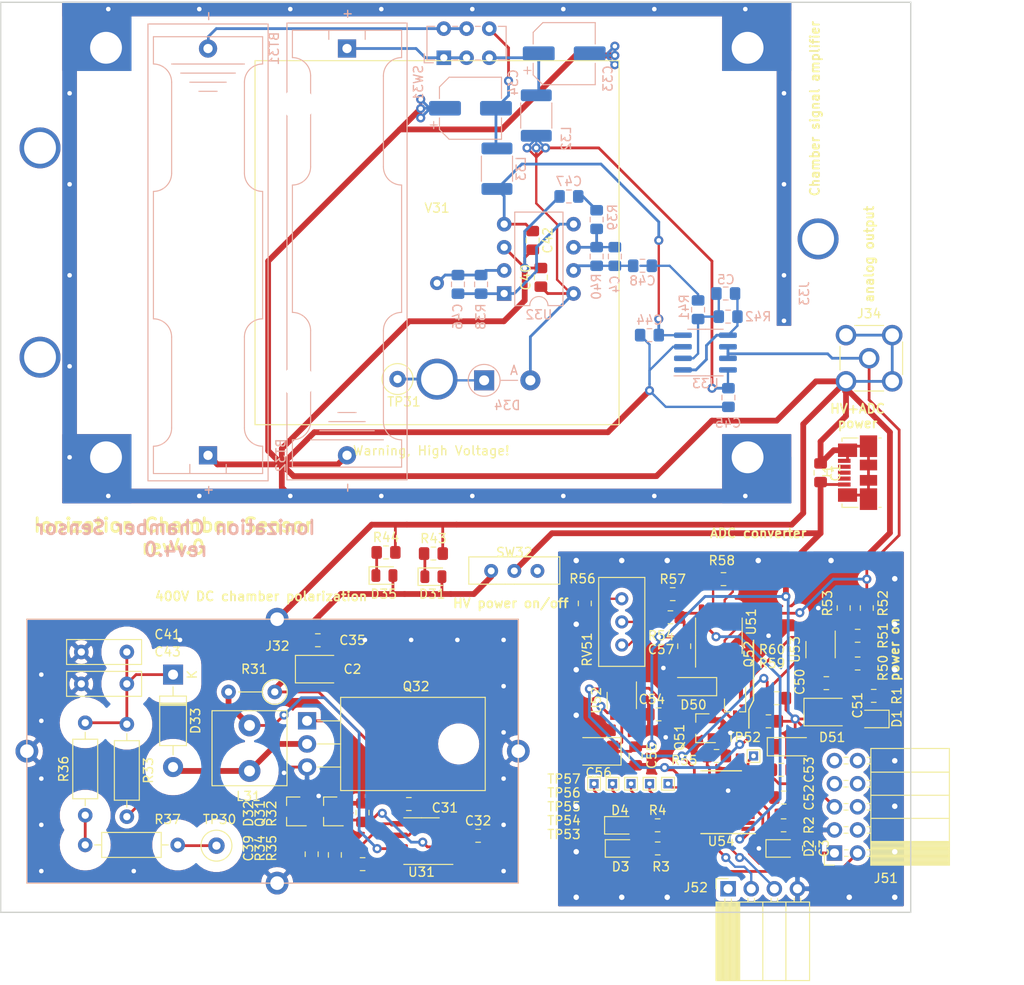
<source format=kicad_pcb>
(kicad_pcb (version 20171130) (host pcbnew "(5.1.2)-1")
  (layers (0 F.Cu signal) (31 B.Cu signal) (34 B.Paste user) (35 F.Paste user) (36 B.SilkS user) (37 F.SilkS user) (38 B.Mask user) (39 F.Mask user) (44 Edge.Cuts user))
  (net 0 "")
  (net 1 GND)
  (net 2 "Net-(C2-Pad1)")
  (net 3 +BATT)
  (net 4 -BATT)
  (net 5 "Net-(BT31-Pad1)")
  (net 6 "Net-(C32-Pad1)")
  (net 7 "Net-(C33-Pad1)")
  (net 8 "Net-(C39-Pad1)")
  (net 9 "Net-(C41-Pad1)")
  (net 10 "Net-(C46-Pad2)")
  (net 11 "Net-(C46-Pad1)")
  (net 12 "Net-(C47-Pad1)")
  (net 13 "Net-(C54-Pad2)")
  (net 14 "Net-(D31-Pad1)")
  (net 15 "Net-(D32-Pad1)")
  (net 16 "Net-(D32-Pad2)")
  (net 17 "Net-(D33-Pad2)")
  (net 18 "Net-(D34-Pad1)")
  (net 19 "Net-(L31-Pad1)")
  (net 20 "Net-(R34-Pad2)")
  (net 21 "Net-(R36-Pad1)")
  (net 22 "Net-(R50-Pad1)")
  (net 23 "Net-(R51-Pad2)")
  (net 24 "Net-(R51-Pad1)")
  (net 25 "Net-(R54-Pad2)")
  (net 26 "Net-(R56-Pad1)")
  (net 27 "Net-(C48-Pad2)")
  (net 28 "Net-(Q51-Pad1)")
  (net 29 "Net-(D50-Pad2)")
  (net 30 "Net-(D50-Pad1)")
  (net 31 "Net-(R57-Pad2)")
  (net 32 "Net-(R57-Pad1)")
  (net 33 analog_output)
  (net 34 "Net-(D1-Pad1)")
  (net 35 /DataAcquisition/SDA)
  (net 36 /DataAcquisition/SCL)
  (net 37 "Net-(R37-Pad1)")
  (net 38 /DataAcquisition/SWIM)
  (net 39 /DataAcquisition/RST)
  (net 40 /DataAcquisition/VCC_PROG)
  (net 41 VCC_5V)
  (net 42 "Net-(C52-Pad2)")
  (net 43 /DataAcquisition/RX)
  (net 44 /DataAcquisition/TX)
  (net 45 /DataAcquisition/RST_PEAK)
  (net 46 /DataAcquisition/INT0)
  (net 47 "Net-(TP52-Pad1)")
  (net 48 "Net-(TP53-Pad1)")
  (net 49 "Net-(TP54-Pad1)")
  (net 50 "Net-(TP55-Pad1)")
  (net 51 "Net-(TP56-Pad1)")
  (net 52 "Net-(TP57-Pad1)")
  (net 53 "Net-(D2-Pad2)")
  (net 54 "Net-(D3-Pad2)")
  (net 55 "Net-(D4-Pad2)")
  (net 56 "Net-(R2-Pad2)")
  (net 57 "Net-(R3-Pad2)")
  (net 58 "Net-(R4-Pad2)")
  (net 59 "Net-(D35-Pad1)")
  (net 60 "Net-(BT32-Pad2)")
  (net 61 "Net-(C34-Pad2)")
  (net 62 "Net-(C4-Pad2)")
  (net 63 "Net-(C4-Pad1)")
  (net 64 "Net-(C5-Pad2)")
  (net 65 "Net-(C5-Pad1)")
  (module Capacitor_SMD:C_0805_2012Metric_Pad1.15x1.40mm_HandSolder (layer B.Cu) (at 186.427 73.66)
    (fp_text reference C5 (at 0.009 -1.524) (layer B.SilkS) (effects (justify mirror)))
    (fp_text value "0R resistor")
    (pad 2 smd roundrect (at 1.025 0) (size 1.15 1.4) (layers B.Cu B.Paste B.Mask) (roundrect_rratio 0.217391) (net 64 "Net-(C5-Pad2)"))
    (pad 1 smd roundrect (at -1.025 0) (size 1.15 1.4) (layers B.Cu B.Paste B.Mask) (roundrect_rratio 0.217391) (net 65 "Net-(C5-Pad1)"))
  )
  (module Capacitor_SMD:C_0805_2012Metric_Pad1.15x1.40mm_HandSolder (layer B.Cu) (at 174.244 69.587 270)
    (fp_text reference C4 (at 3.057 0 270) (layer B.SilkS) (effects (justify mirror)))
    (fp_text value "0R resistor")
    (pad 2 smd roundrect (at 1.025 0 270) (size 1.15 1.4) (layers B.Cu B.Paste B.Mask) (roundrect_rratio 0.217391) (net 62 "Net-(C4-Pad2)"))
    (pad 1 smd roundrect (at -1.025 0 270) (size 1.15 1.4) (layers B.Cu B.Paste B.Mask) (roundrect_rratio 0.217391) (net 63 "Net-(C4-Pad1)"))
  )
  (module Capacitor_SMD:C_0805_2012Metric_Pad1.15x1.40mm_HandSolder (layer F.Cu) (at 195.58 134.62 270)
    (fp_text reference C3 (at 0 -1.65 90) (layer F.SilkS))
    (fp_text value 10n)
    (pad 2 smd roundrect (at 1.025 0 270) (size 1.15 1.4) (layers F.Cu F.Paste F.Mask) (roundrect_rratio 0.217391) (net 39 /DataAcquisition/RST))
    (pad 1 smd roundrect (at -1.025 0 270) (size 1.15 1.4) (layers F.Cu F.Paste F.Mask) (roundrect_rratio 0.217391) (net 1 GND))
  )
  (module IonizationChamber:SwitchButtonGeneric (layer F.Cu) (at 163.195 101.6)
    (fp_text reference SW32 (at 0 0.5) (layer F.SilkS))
    (fp_text value SW_DPDT_x2)
    (pad 3 thru_hole circle (at 2.54 2.54) (size 1.524 1.524) (drill 0.762) (layers *.Cu *.Mask))
    (pad 2 thru_hole circle (at 0 2.54) (size 1.524 1.524) (drill 0.762) (layers *.Cu *.Mask) (net 41 VCC_5V))
    (pad 1 thru_hole circle (at -2.54 2.54) (size 1.524 1.524) (drill 0.762) (layers *.Cu *.Mask) (net 2 "Net-(C2-Pad1)"))
  )
  (module TestPoint:TestPoint_Loop_D2.60mm_Drill0.9mm_Beaded (layer F.Cu) (at 150.368 83.058)
    (fp_text reference TP31 (at 0.7 2.5) (layer F.SilkS))
    (fp_text value TestPoint)
    (pad 1 thru_hole circle (at 0 0) (size 1.8 1.8) (drill 0.9) (layers *.Cu *.Mask) (net 18 "Net-(D34-Pad1)"))
  )
  (module Resistor_SMD:R_0805_2012Metric_Pad1.15x1.40mm_HandSolder (layer F.Cu) (at 149.098 102.108)
    (fp_text reference R44 (at 0 -1.65) (layer F.SilkS))
    (fp_text value 520R)
    (pad 2 smd roundrect (at 1.025 0) (size 1.15 1.4) (layers F.Cu F.Paste F.Mask) (roundrect_rratio 0.217391) (net 1 GND))
    (pad 1 smd roundrect (at -1.025 0) (size 1.15 1.4) (layers F.Cu F.Paste F.Mask) (roundrect_rratio 0.217391) (net 59 "Net-(D35-Pad1)"))
  )
  (module LED_SMD:LED_0805_2012Metric (layer F.Cu) (at 148.9225 104.648)
    (fp_text reference D35 (at -0.0785 2.032) (layer F.SilkS))
    (fp_text value red)
    (pad 2 smd roundrect (at 0.9375 0) (size 0.975 1.4) (layers F.Cu F.Paste F.Mask) (net 2 "Net-(C2-Pad1)"))
    (pad 1 smd roundrect (at -0.9375 0) (size 0.975 1.4) (layers F.Cu F.Paste F.Mask) (net 59 "Net-(D35-Pad1)"))
  )
  (module IonizationChamber:IonizationChamberShield (layer B.Cu) (at 193.58 41.656 180)
    (fp_text reference J33 (at -1.492 -32.004 90) (layer B.SilkS) (effects (justify mirror)))
    (fp_text value RF_Shield_Two_Pieces)
    (fp_poly (pts (xy 80 -55) (xy 72.5 -55) (xy 72.5 -47.5) (xy 80 -47.5)) (layer F.Cu) (width 0.1))
    (fp_poly (pts (xy 80 -7.5) (xy 72.5 -7.5) (xy 72.5 0) (xy 80 0)) (layer F.Cu) (width 0.1))
    (fp_poly (pts (xy 0 -55) (xy 0 -47.5) (xy 7.5 -47.5) (xy 7.5 -55)) (layer F.Cu) (width 0.1))
    (fp_poly (pts (xy 0 -1.5) (xy 1.5 -1.5) (xy 1.5 -35.5) (xy 0 -35.5)) (layer F.Cu) (width 0.1))
    (fp_poly (pts (xy 0 -53.5) (xy 1.5 -53.5) (xy 1.5 -50) (xy 0 -50)) (layer F.Cu) (width 0.1))
    (fp_poly (pts (xy 80 0) (xy 78.5 0) (xy 78.5 -53.5) (xy 80 -53.5)) (layer F.Cu) (width 0.1))
    (fp_poly (pts (xy 0 -55) (xy 80 -55) (xy 80 -53.5) (xy 0 -53.5)) (layer F.Cu) (width 0.1))
    (fp_poly (pts (xy 0 -1.5) (xy 80 -1.5) (xy 80 0) (xy 0 0)) (layer F.Cu) (width 0.1))
    (fp_poly (pts (xy 7.5 0) (xy 7.5 -7.5) (xy 0 -7.5) (xy 0 0)) (layer F.Cu) (width 0.1))
    (fp_poly (pts (xy 0 -55) (xy 0 -47.5) (xy 7.5 -47.5) (xy 7.5 -55)) (layer B.Cu) (width 0.1))
    (fp_poly (pts (xy 80 -55) (xy 72.5 -55) (xy 72.5 -47.5) (xy 80 -47.5)) (layer B.Cu) (width 0.1))
    (fp_poly (pts (xy 80 -7.5) (xy 72.5 -7.5) (xy 72.5 0) (xy 80 0)) (layer B.Cu) (width 0.1))
    (fp_poly (pts (xy 7.5 0) (xy 7.5 -7.5) (xy 0 -7.5) (xy 0 0)) (layer B.Cu) (width 0.1))
    (fp_poly (pts (xy 0 -1.5) (xy 1.5 -1.5) (xy 1.5 -35.5) (xy 0 -35.5)) (layer B.Cu) (width 0.1))
    (fp_poly (pts (xy 0 -53.5) (xy 1.5 -53.5) (xy 1.5 -50) (xy 0 -50)) (layer B.Cu) (width 0.1))
    (fp_poly (pts (xy 80 0) (xy 78.5 0) (xy 78.5 -53.5) (xy 80 -53.5)) (layer B.Cu) (width 0.1))
    (fp_poly (pts (xy 0 -55) (xy 80 -55) (xy 80 -53.5) (xy 0 -53.5)) (layer B.Cu) (width 0.1))
    (fp_poly (pts (xy 0 -1.5) (xy 80 -1.5) (xy 80 0) (xy 0 0)) (layer B.Cu) (width 0.1))
    (pad "" np_thru_hole circle (at 75 -54.25 180) (size 1 1) (drill 0.5) (layers *.Cu *.Mask))
    (pad "" np_thru_hole circle (at 5 -0.75 180) (size 1 1) (drill 0.5) (layers *.Cu *.Mask))
    (pad "" np_thru_hole circle (at 0.75 -35 180) (size 1 1) (drill 0.5) (layers *.Cu *.Mask))
    (pad "" np_thru_hole circle (at 0.75 -30 180) (size 1 1) (drill 0.5) (layers *.Cu *.Mask))
    (pad "" np_thru_hole circle (at 0.75 -20 180) (size 1 1) (drill 0.5) (layers *.Cu *.Mask))
    (pad "" np_thru_hole circle (at 0.75 -10 180) (size 1 1) (drill 0.5) (layers *.Cu *.Mask))
    (pad "" np_thru_hole circle (at 5 -54.25 180) (size 1 1) (drill 0.5) (layers *.Cu *.Mask))
    (pad "" np_thru_hole circle (at 15 -54.25 180) (size 1 1) (drill 0.5) (layers *.Cu *.Mask))
    (pad "" np_thru_hole circle (at 25 -54.25 180) (size 1 1) (drill 0.5) (layers *.Cu *.Mask))
    (pad "" np_thru_hole circle (at 35 -54.25 180) (size 1 1) (drill 0.5) (layers *.Cu *.Mask))
    (pad "" np_thru_hole circle (at 45 -54.25 180) (size 1 1) (drill 0.5) (layers *.Cu *.Mask))
    (pad 1 thru_hole circle (at 55 -54.25 180) (size 1 1) (drill 0.5) (layers *.Cu *.Mask) (net 1 GND))
    (pad "" np_thru_hole circle (at 65 -54.25 180) (size 1 1) (drill 0.5) (layers *.Cu *.Mask))
    (pad "" np_thru_hole circle (at 79.25 -50 180) (size 1 1) (drill 0.5) (layers *.Cu *.Mask))
    (pad "" np_thru_hole circle (at 79.25 -40 180) (size 1 1) (drill 0.5) (layers *.Cu *.Mask))
    (pad "" np_thru_hole circle (at 79.25 -20 180) (size 1 1) (drill 0.5) (layers *.Cu *.Mask))
    (pad "" np_thru_hole circle (at 79.25 -30 180) (size 1 1) (drill 0.5) (layers *.Cu *.Mask))
    (pad "" np_thru_hole circle (at 79.25 -10 180) (size 1 1) (drill 0.5) (layers *.Cu *.Mask))
    (pad "" np_thru_hole circle (at 75 -0.75 180) (size 1 1) (drill 0.5) (layers *.Cu *.Mask))
    (pad "" np_thru_hole circle (at 65 -0.75 180) (size 1 1) (drill 0.5) (layers *.Cu *.Mask))
    (pad "" np_thru_hole circle (at 55 -0.75 180) (size 1 1) (drill 0.5) (layers *.Cu *.Mask))
    (pad "" np_thru_hole circle (at 45 -0.75 180) (size 1 1) (drill 0.5) (layers *.Cu *.Mask))
    (pad "" np_thru_hole circle (at 35 -0.75 180) (size 1 1) (drill 0.5) (layers *.Cu *.Mask))
    (pad "" np_thru_hole circle (at 25 -0.75 180) (size 1 1) (drill 0.5) (layers *.Cu *.Mask))
    (pad "" np_thru_hole circle (at 15 -0.75 180) (size 1 1) (drill 0.5) (layers *.Cu *.Mask))
    (pad "" np_thru_hole circle (at 82.5 -16 180) (size 4.5 4.5) (drill 3.5) (layers *.Cu *.Mask))
    (pad "" np_thru_hole circle (at 82.5 -39 180) (size 4.5 4.5) (drill 3.5) (layers *.Cu *.Mask))
    (pad "" np_thru_hole circle (at 75.25 -50 180) (size 4.5 4.5) (drill 3.5) (layers *.Cu *.Mask))
    (pad "" np_thru_hole circle (at 4.75 -50 180) (size 4.5 4.5) (drill 3.5) (layers *.Cu *.Mask))
    (pad "" np_thru_hole circle (at 75.25 -5 180) (size 4.5 4.5) (drill 3.5) (layers *.Cu *.Mask))
    (pad "" np_thru_hole circle (at 4.75 -5 180) (size 4.5 4.5) (drill 3.5) (layers *.Cu *.Mask))
    (pad "" np_thru_hole circle (at -3 -26 180) (size 4.5 4.5) (drill 3.5) (layers *.Cu *.Mask))
  )
  (module Capacitor_SMD:C_0805_2012Metric_Pad1.15x1.40mm_HandSolder (layer F.Cu) (at 179.061 119.904)
    (fp_text reference C54 (at -0.753 -1.65) (layer F.SilkS))
    (fp_text value 100n)
    (pad 2 smd roundrect (at 1.025 0) (size 1.15 1.4) (layers F.Cu F.Paste F.Mask) (roundrect_rratio 0.217391) (net 13 "Net-(C54-Pad2)"))
    (pad 1 smd roundrect (at -1.025 0) (size 1.15 1.4) (layers F.Cu F.Paste F.Mask) (roundrect_rratio 0.217391) (net 1 GND))
  )
  (module LED_SMD:LED_0805_2012Metric (layer F.Cu) (at 202.692 120.412 180)
    (fp_text reference D1 (at -2.54 0.016 90) (layer F.SilkS))
    (fp_text value red)
    (pad 2 smd roundrect (at 0.9375 0 180) (size 0.975 1.4) (layers F.Cu F.Paste F.Mask) (net 41 VCC_5V))
    (pad 1 smd roundrect (at -0.9375 0 180) (size 0.975 1.4) (layers F.Cu F.Paste F.Mask) (net 34 "Net-(D1-Pad1)"))
  )
  (module Capacitor_SMD:C_0805_2012Metric_Pad1.15x1.40mm_HandSolder (layer F.Cu) (at 196.85 93.354 270)
    (fp_text reference C1 (at 0 -1.65 270) (layer F.SilkS))
    (fp_text value 100n)
    (pad 2 smd roundrect (at 1.025 0 270) (size 1.15 1.4) (layers F.Cu F.Paste F.Mask) (roundrect_rratio 0.217391) (net 41 VCC_5V))
    (pad 1 smd roundrect (at -1.025 0 270) (size 1.15 1.4) (layers F.Cu F.Paste F.Mask) (roundrect_rratio 0.217391) (net 1 GND))
  )
  (module Connector_USB:USB_Micro-B_Molex_47346-0001 (layer F.Cu) (at 200.914 93.345 90)
    (fp_text reference J1 (at 0 -3.3 90) (layer F.SilkS))
    (fp_text value USB_B_Micro)
    (pad 6 smd rect (at 0.84 1.2 90) (size 1.175 1.9) (layers F.Cu F.Paste F.Mask) (net 1 GND))
    (pad 6 smd rect (at -0.84 1.2 90) (size 1.175 1.9) (layers F.Cu F.Paste F.Mask) (net 1 GND))
    (pad 6 smd rect (at 2.91 1.2 90) (size 2.375 1.9) (layers F.Cu F.Paste F.Mask) (net 1 GND))
    (pad 6 smd rect (at -2.91 1.2 90) (size 2.375 1.9) (layers F.Cu F.Paste F.Mask) (net 1 GND))
    (pad 6 smd rect (at 2.4625 -1.1 90) (size 1.475 2.1) (layers F.Cu F.Paste F.Mask) (net 1 GND))
    (pad 6 smd rect (at -2.4625 -1.1 90) (size 1.475 2.1) (layers F.Cu F.Paste F.Mask) (net 1 GND))
    (pad 5 smd rect (at 1.3 -1.46 90) (size 0.45 1.38) (layers F.Cu F.Paste F.Mask) (net 1 GND))
    (pad 4 smd rect (at 0.65 -1.46 90) (size 0.45 1.38) (layers F.Cu F.Paste F.Mask))
    (pad 3 smd rect (at 0 -1.46 90) (size 0.45 1.38) (layers F.Cu F.Paste F.Mask))
    (pad 2 smd rect (at -0.65 -1.46 90) (size 0.45 1.38) (layers F.Cu F.Paste F.Mask))
    (pad 1 smd rect (at -1.3 -1.46 90) (size 0.45 1.38) (layers F.Cu F.Paste F.Mask) (net 41 VCC_5V))
  )
  (module Resistor_SMD:R_0805_2012Metric_Pad1.15x1.40mm_HandSolder (layer F.Cu) (at 178.943 132.096)
    (fp_text reference R4 (at 0 -1.65) (layer F.SilkS))
    (fp_text value 510R)
    (pad 2 smd roundrect (at 1.025 0) (size 1.15 1.4) (layers F.Cu F.Paste F.Mask) (roundrect_rratio 0.217391) (net 58 "Net-(R4-Pad2)"))
    (pad 1 smd roundrect (at -1.025 0) (size 1.15 1.4) (layers F.Cu F.Paste F.Mask) (roundrect_rratio 0.217391) (net 55 "Net-(D4-Pad2)"))
  )
  (module Resistor_SMD:R_0805_2012Metric_Pad1.15x1.40mm_HandSolder (layer F.Cu) (at 178.952 134.636)
    (fp_text reference R3 (at 0.372 2.016) (layer F.SilkS))
    (fp_text value 510R)
    (pad 2 smd roundrect (at 1.025 0) (size 1.15 1.4) (layers F.Cu F.Paste F.Mask) (roundrect_rratio 0.217391) (net 57 "Net-(R3-Pad2)"))
    (pad 1 smd roundrect (at -1.025 0) (size 1.15 1.4) (layers F.Cu F.Paste F.Mask) (roundrect_rratio 0.217391) (net 54 "Net-(D3-Pad2)"))
  )
  (module Resistor_SMD:R_0805_2012Metric_Pad1.15x1.40mm_HandSolder (layer F.Cu) (at 192.786 132.096 180)
    (fp_text reference R2 (at -2.794 0.016 90) (layer F.SilkS))
    (fp_text value 510R)
    (pad 2 smd roundrect (at 1.025 0 180) (size 1.15 1.4) (layers F.Cu F.Paste F.Mask) (roundrect_rratio 0.217391) (net 56 "Net-(R2-Pad2)"))
    (pad 1 smd roundrect (at -1.025 0 180) (size 1.15 1.4) (layers F.Cu F.Paste F.Mask) (roundrect_rratio 0.217391) (net 53 "Net-(D2-Pad2)"))
  )
  (module LED_SMD:LED_0805_2012Metric (layer F.Cu) (at 174.8005 132.096)
    (fp_text reference D4 (at 0 -1.65) (layer F.SilkS))
    (fp_text value LED)
    (pad 2 smd roundrect (at 0.9375 0) (size 0.975 1.4) (layers F.Cu F.Paste F.Mask) (net 55 "Net-(D4-Pad2)"))
    (pad 1 smd roundrect (at -0.9375 0) (size 0.975 1.4) (layers F.Cu F.Paste F.Mask) (net 1 GND))
  )
  (module LED_SMD:LED_0805_2012Metric (layer F.Cu) (at 174.879 134.636)
    (fp_text reference D3 (at 0 2.016) (layer F.SilkS))
    (fp_text value LED)
    (pad 2 smd roundrect (at 0.9375 0) (size 0.975 1.4) (layers F.Cu F.Paste F.Mask) (net 54 "Net-(D3-Pad2)"))
    (pad 1 smd roundrect (at -0.9375 0) (size 0.975 1.4) (layers F.Cu F.Paste F.Mask) (net 1 GND))
  )
  (module LED_SMD:LED_0805_2012Metric (layer F.Cu) (at 192.532 134.636)
    (fp_text reference D2 (at 3.048 -0.016 90) (layer F.SilkS))
    (fp_text value LED)
    (pad 2 smd roundrect (at 0.9375 0) (size 0.975 1.4) (layers F.Cu F.Paste F.Mask) (net 53 "Net-(D2-Pad2)"))
    (pad 1 smd roundrect (at -0.9375 0) (size 0.975 1.4) (layers F.Cu F.Paste F.Mask) (net 1 GND))
  )
  (module TestPoint:TestPoint_THTPad_1.0x1.0mm_Drill0.5mm (layer F.Cu) (at 171.958 127.524 180)
    (fp_text reference TP57 (at 3.302 0.524 180) (layer F.SilkS))
    (fp_text value TestPoint)
    (pad 1 thru_hole rect (at 0 0 180) (size 1 1) (drill 0.5) (layers *.Cu *.Mask) (net 52 "Net-(TP57-Pad1)"))
  )
  (module TestPoint:TestPoint_THTPad_1.0x1.0mm_Drill0.5mm (layer F.Cu) (at 173.99 127.524 180)
    (fp_text reference TP56 (at 5.334 -1) (layer F.SilkS))
    (fp_text value TestPoint)
    (pad 1 thru_hole rect (at 0 0 180) (size 1 1) (drill 0.5) (layers *.Cu *.Mask) (net 51 "Net-(TP56-Pad1)"))
  )
  (module TestPoint:TestPoint_THTPad_1.0x1.0mm_Drill0.5mm (layer F.Cu) (at 176.022 127.524 180)
    (fp_text reference TP55 (at 7.366 -2.524) (layer F.SilkS))
    (fp_text value TestPoint)
    (pad 1 thru_hole rect (at 0 0 180) (size 1 1) (drill 0.5) (layers *.Cu *.Mask) (net 50 "Net-(TP55-Pad1)"))
  )
  (module TestPoint:TestPoint_THTPad_1.0x1.0mm_Drill0.5mm (layer F.Cu) (at 178.054 127.524 180)
    (fp_text reference TP54 (at 9.398 -4.048) (layer F.SilkS))
    (fp_text value TestPoint)
    (pad 1 thru_hole rect (at 0 0 180) (size 1 1) (drill 0.5) (layers *.Cu *.Mask) (net 49 "Net-(TP54-Pad1)"))
  )
  (module TestPoint:TestPoint_THTPad_1.0x1.0mm_Drill0.5mm (layer F.Cu) (at 180.086 127.524 180)
    (fp_text reference TP53 (at 11.43 -5.572) (layer F.SilkS))
    (fp_text value TestPoint)
    (pad 1 thru_hole rect (at 0 0 180) (size 1 1) (drill 0.5) (layers *.Cu *.Mask) (net 48 "Net-(TP53-Pad1)"))
  )
  (module TestPoint:TestPoint_THTPad_1.0x1.0mm_Drill0.5mm (layer F.Cu) (at 189.484 124.476 180)
    (fp_text reference TP52 (at 1.016 2.048) (layer F.SilkS))
    (fp_text value TestPoint)
    (pad 1 thru_hole rect (at 0 0 180) (size 1 1) (drill 0.5) (layers *.Cu *.Mask) (net 47 "Net-(TP52-Pad1)"))
  )
  (module Resistor_SMD:R_0805_2012Metric_Pad1.15x1.40mm_HandSolder (layer F.Cu) (at 192.015 118.126)
    (fp_text reference R60 (at -0.499 -5.35) (layer F.SilkS))
    (fp_text value 2k2)
    (pad 2 smd roundrect (at 1.025 0) (size 1.15 1.4) (layers F.Cu F.Paste F.Mask) (roundrect_rratio 0.217391) (net 41 VCC_5V))
    (pad 1 smd roundrect (at -1.025 0) (size 1.15 1.4) (layers F.Cu F.Paste F.Mask) (roundrect_rratio 0.217391) (net 35 /DataAcquisition/SDA))
  )
  (module Resistor_SMD:R_0805_2012Metric_Pad1.15x1.40mm_HandSolder (layer F.Cu) (at 191.126 120.666)
    (fp_text reference R59 (at 0.39 -6.366) (layer F.SilkS))
    (fp_text value 2k2)
    (pad 2 smd roundrect (at 1.025 0) (size 1.15 1.4) (layers F.Cu F.Paste F.Mask) (roundrect_rratio 0.217391) (net 41 VCC_5V))
    (pad 1 smd roundrect (at -1.025 0) (size 1.15 1.4) (layers F.Cu F.Paste F.Mask) (roundrect_rratio 0.217391) (net 36 /DataAcquisition/SCL))
  )
  (module Capacitor_SMD:C_0805_2012Metric_Pad1.15x1.40mm_HandSolder (layer F.Cu) (at 192.795 129.048 180)
    (fp_text reference C52 (at -2.785 0.016 90) (layer F.SilkS))
    (fp_text value 100n)
    (pad 2 smd roundrect (at 1.025 0 180) (size 1.15 1.4) (layers F.Cu F.Paste F.Mask) (roundrect_rratio 0.217391) (net 42 "Net-(C52-Pad2)"))
    (pad 1 smd roundrect (at -1.025 0 180) (size 1.15 1.4) (layers F.Cu F.Paste F.Mask) (roundrect_rratio 0.217391) (net 1 GND))
  )
  (module Connector_PinSocket_2.54mm:PinSocket_1x04_P2.54mm_Horizontal (layer F.Cu) (at 186.69 139.065 90)
    (fp_text reference J52 (at 0.127 -3.556 180) (layer F.SilkS))
    (fp_text value Conn_01x04)
    (pad 4 thru_hole oval (at 0 7.62 90) (size 1.7 1.7) (drill 1) (layers *.Cu *.Mask) (net 1 GND))
    (pad 3 thru_hole oval (at 0 5.08 90) (size 1.7 1.7) (drill 1) (layers *.Cu *.Mask) (net 44 /DataAcquisition/TX))
    (pad 2 thru_hole oval (at 0 2.54 90) (size 1.7 1.7) (drill 1) (layers *.Cu *.Mask) (net 43 /DataAcquisition/RX))
    (pad 1 thru_hole rect (at 0 0 90) (size 1.7 1.7) (drill 1) (layers *.Cu *.Mask))
  )
  (module Connector_PinSocket_2.54mm:PinSocket_2x05_P2.54mm_Horizontal (layer F.Cu) (at 198.374 135.144 180)
    (fp_text reference J51 (at -5.65 -2.77) (layer F.SilkS))
    (fp_text value Conn_02x05_Counter_Clockwise)
    (pad 10 thru_hole oval (at -2.54 10.16 180) (size 1.7 1.7) (drill 1) (layers *.Cu *.Mask))
    (pad 9 thru_hole oval (at 0 10.16 180) (size 1.7 1.7) (drill 1) (layers *.Cu *.Mask))
    (pad 8 thru_hole oval (at -2.54 7.62 180) (size 1.7 1.7) (drill 1) (layers *.Cu *.Mask))
    (pad 7 thru_hole oval (at 0 7.62 180) (size 1.7 1.7) (drill 1) (layers *.Cu *.Mask))
    (pad 6 thru_hole oval (at -2.54 5.08 180) (size 1.7 1.7) (drill 1) (layers *.Cu *.Mask))
    (pad 5 thru_hole oval (at 0 5.08 180) (size 1.7 1.7) (drill 1) (layers *.Cu *.Mask) (net 40 /DataAcquisition/VCC_PROG))
    (pad 4 thru_hole oval (at -2.54 2.54 180) (size 1.7 1.7) (drill 1) (layers *.Cu *.Mask))
    (pad 3 thru_hole oval (at 0 2.54 180) (size 1.7 1.7) (drill 1) (layers *.Cu *.Mask) (net 1 GND))
    (pad 2 thru_hole oval (at -2.54 0 180) (size 1.7 1.7) (drill 1) (layers *.Cu *.Mask) (net 38 /DataAcquisition/SWIM))
    (pad 1 thru_hole rect (at 0 0 180) (size 1.7 1.7) (drill 1) (layers *.Cu *.Mask) (net 39 /DataAcquisition/RST))
  )
  (module Diode_SMD:D_MiniMELF (layer F.Cu) (at 193.548 123.46)
    (fp_text reference D51 (at 4.572 -1.032) (layer F.SilkS))
    (fp_text value 1n148)
    (pad 2 smd rect (at 1.75 0) (size 1.3 1.7) (layers F.Cu F.Paste F.Mask) (net 41 VCC_5V))
    (pad 1 smd rect (at -1.75 0) (size 1.3 1.7) (layers F.Cu F.Paste F.Mask) (net 40 /DataAcquisition/VCC_PROG))
  )
  (module Package_SO:TSSOP-20_4.4x6.5mm_P0.65mm (layer F.Cu) (at 185.928 129.556 180)
    (fp_text reference U54 (at 0 -4.3) (layer F.SilkS))
    (fp_text value STM8S003F3P)
    (pad 20 smd rect (at 2.95 -2.925 180) (size 1.45 0.45) (layers F.Cu F.Paste F.Mask) (net 57 "Net-(R3-Pad2)"))
    (pad 19 smd rect (at 2.95 -2.275 180) (size 1.45 0.45) (layers F.Cu F.Paste F.Mask) (net 58 "Net-(R4-Pad2)"))
    (pad 18 smd rect (at 2.95 -1.625 180) (size 1.45 0.45) (layers F.Cu F.Paste F.Mask) (net 38 /DataAcquisition/SWIM))
    (pad 17 smd rect (at 2.95 -0.975 180) (size 1.45 0.45) (layers F.Cu F.Paste F.Mask) (net 52 "Net-(TP57-Pad1)"))
    (pad 16 smd rect (at 2.95 -0.325 180) (size 1.45 0.45) (layers F.Cu F.Paste F.Mask) (net 51 "Net-(TP56-Pad1)"))
    (pad 15 smd rect (at 2.95 0.325 180) (size 1.45 0.45) (layers F.Cu F.Paste F.Mask) (net 50 "Net-(TP55-Pad1)"))
    (pad 14 smd rect (at 2.95 0.975 180) (size 1.45 0.45) (layers F.Cu F.Paste F.Mask) (net 49 "Net-(TP54-Pad1)"))
    (pad 13 smd rect (at 2.95 1.625 180) (size 1.45 0.45) (layers F.Cu F.Paste F.Mask) (net 48 "Net-(TP53-Pad1)"))
    (pad 12 smd rect (at 2.95 2.275 180) (size 1.45 0.45) (layers F.Cu F.Paste F.Mask) (net 36 /DataAcquisition/SCL))
    (pad 11 smd rect (at 2.95 2.925 180) (size 1.45 0.45) (layers F.Cu F.Paste F.Mask) (net 35 /DataAcquisition/SDA))
    (pad 10 smd rect (at -2.95 2.925 180) (size 1.45 0.45) (layers F.Cu F.Paste F.Mask) (net 47 "Net-(TP52-Pad1)"))
    (pad 9 smd rect (at -2.95 2.275 180) (size 1.45 0.45) (layers F.Cu F.Paste F.Mask) (net 40 /DataAcquisition/VCC_PROG))
    (pad 8 smd rect (at -2.95 1.625 180) (size 1.45 0.45) (layers F.Cu F.Paste F.Mask) (net 42 "Net-(C52-Pad2)"))
    (pad 7 smd rect (at -2.95 0.975 180) (size 1.45 0.45) (layers F.Cu F.Paste F.Mask) (net 1 GND))
    (pad 6 smd rect (at -2.95 0.325 180) (size 1.45 0.45) (layers F.Cu F.Paste F.Mask) (net 56 "Net-(R2-Pad2)"))
    (pad 5 smd rect (at -2.95 -0.325 180) (size 1.45 0.45) (layers F.Cu F.Paste F.Mask) (net 45 /DataAcquisition/RST_PEAK))
    (pad 4 smd rect (at -2.95 -0.975 180) (size 1.45 0.45) (layers F.Cu F.Paste F.Mask) (net 39 /DataAcquisition/RST))
    (pad 3 smd rect (at -2.95 -1.625 180) (size 1.45 0.45) (layers F.Cu F.Paste F.Mask) (net 43 /DataAcquisition/RX))
    (pad 2 smd rect (at -2.95 -2.275 180) (size 1.45 0.45) (layers F.Cu F.Paste F.Mask) (net 44 /DataAcquisition/TX))
    (pad 1 smd rect (at -2.95 -2.925 180) (size 1.45 0.45) (layers F.Cu F.Paste F.Mask) (net 46 /DataAcquisition/INT0))
  )
  (module Capacitor_SMD:C_0805_2012Metric_Pad1.15x1.40mm_HandSolder (layer B.Cu) (at 177.283 70.612)
    (fp_text reference C48 (at 0 1.65 180) (layer B.SilkS) (effects (justify mirror)))
    (fp_text value "0R resistor")
    (pad 2 smd roundrect (at 1.025 0) (size 1.15 1.4) (layers B.Cu B.Paste B.Mask) (roundrect_rratio 0.217391) (net 27 "Net-(C48-Pad2)"))
    (pad 1 smd roundrect (at -1.025 0) (size 1.15 1.4) (layers B.Cu B.Paste B.Mask) (roundrect_rratio 0.217391) (net 62 "Net-(C4-Pad2)"))
  )
  (module IonizationChamber:IonizationChamberHVShield (layer F.Cu) (at 163.634 109.447 180)
    (fp_text reference J32 (at 26.474 -2.948) (layer F.SilkS))
    (fp_text value RF_Shield_Two_Pieces)
    (pad 1 thru_hole circle (at 54 -14.5 180) (size 2.5 2.5) (drill 1.5) (layers *.Cu *.Mask) (net 1 GND))
    (pad 1 thru_hole circle (at 0 -14.5 180) (size 2.5 2.5) (drill 1.5) (layers *.Cu *.Mask) (net 1 GND))
    (pad 1 thru_hole circle (at 26.5 -29 180) (size 2.5 2.5) (drill 1.5) (layers *.Cu *.Mask) (net 1 GND))
    (pad 1 thru_hole circle (at 26.5 0 180) (size 2.5 2.5) (drill 1.5) (layers *.Cu *.Mask) (net 1 GND))
  )
  (module Capacitor_SMD:C_0805_2012Metric_Pad1.15x1.40mm_HandSolder (layer B.Cu) (at 178.045 78.232 180)
    (fp_text reference C44 (at 0 1.65) (layer B.SilkS) (effects (justify mirror)))
    (fp_text value 100n)
    (pad 2 smd roundrect (at 1.025 0 180) (size 1.15 1.4) (layers B.Cu B.Paste B.Mask) (roundrect_rratio 0.217391) (net 1 GND))
    (pad 1 smd roundrect (at -1.025 0 180) (size 1.15 1.4) (layers B.Cu B.Paste B.Mask) (roundrect_rratio 0.217391) (net 4 -BATT))
  )
  (module Capacitor_SMD:C_0805_2012Metric_Pad1.15x1.40mm_HandSolder (layer F.Cu) (at 165.218 67.821 270)
    (fp_text reference C42 (at 0 -1.65 270) (layer F.SilkS))
    (fp_text value 100n)
    (pad 2 smd roundrect (at 1.025 0 270) (size 1.15 1.4) (layers F.Cu F.Paste F.Mask) (roundrect_rratio 0.217391) (net 1 GND))
    (pad 1 smd roundrect (at -1.025 0 270) (size 1.15 1.4) (layers F.Cu F.Paste F.Mask) (roundrect_rratio 0.217391) (net 4 -BATT))
  )
  (module Diode_THT:D_DO-41_SOD81_P5.08mm_Vertical_AnodeUp (layer B.Cu) (at 159.88 83.2)
    (fp_text reference D34 (at 2.54 2.750635) (layer B.SilkS) (effects (justify mirror)))
    (fp_text value 1N4007)
    (fp_text user A (at 3.28 -1.1) (layer B.SilkS) (effects (justify mirror)))
    (pad 2 thru_hole oval (at 5.08 0) (size 2.2 2.2) (drill 1.1) (layers *.Cu *.Mask) (net 3 +BATT))
    (pad 1 thru_hole rect (at 0 0) (size 2.2 2.2) (drill 1.1) (layers *.Cu *.Mask) (net 18 "Net-(D34-Pad1)"))
  )
  (module Diode_SMD:D_MiniMELF (layer F.Cu) (at 182.88 116.856 180)
    (fp_text reference D50 (at 0 -2) (layer F.SilkS))
    (fp_text value 1n148)
    (pad 2 smd rect (at 1.75 0 180) (size 1.3 1.7) (layers F.Cu F.Paste F.Mask) (net 29 "Net-(D50-Pad2)"))
    (pad 1 smd rect (at -1.75 0 180) (size 1.3 1.7) (layers F.Cu F.Paste F.Mask) (net 30 "Net-(D50-Pad1)"))
  )
  (module Resistor_SMD:R_0805_2012Metric_Pad1.15x1.40mm_HandSolder (layer F.Cu) (at 154.305 102.235)
    (fp_text reference R43 (at 0 -1.65) (layer F.SilkS))
    (fp_text value 520R)
    (pad 2 smd roundrect (at 1.025 0) (size 1.15 1.4) (layers F.Cu F.Paste F.Mask) (roundrect_rratio 0.217391) (net 1 GND))
    (pad 1 smd roundrect (at -1.025 0) (size 1.15 1.4) (layers F.Cu F.Paste F.Mask) (roundrect_rratio 0.217391) (net 14 "Net-(D31-Pad1)"))
  )
  (module Resistor_SMD:R_0805_2012Metric_Pad1.15x1.40mm_HandSolder (layer F.Cu) (at 202.692 117.872 180)
    (fp_text reference R1 (at -2.54 0.016 90) (layer F.SilkS))
    (fp_text value 520R)
    (pad 2 smd roundrect (at 1.025 0 180) (size 1.15 1.4) (layers F.Cu F.Paste F.Mask) (roundrect_rratio 0.217391) (net 1 GND))
    (pad 1 smd roundrect (at -1.025 0 180) (size 1.15 1.4) (layers F.Cu F.Paste F.Mask) (roundrect_rratio 0.217391) (net 34 "Net-(D1-Pad1)"))
  )
  (module LED_SMD:LED_0805_2012Metric (layer F.Cu) (at 154.305 104.775)
    (fp_text reference D31 (at -0.127 1.905) (layer F.SilkS))
    (fp_text value red)
    (pad 2 smd roundrect (at 0.9375 0) (size 0.975 1.4) (layers F.Cu F.Paste F.Mask) (net 2 "Net-(C2-Pad1)"))
    (pad 1 smd roundrect (at -0.9375 0) (size 0.975 1.4) (layers F.Cu F.Paste F.Mask) (net 14 "Net-(D31-Pad1)"))
  )
  (module Potentiometer_THT:Potentiometer_Bourns_3296W_Vertical (layer F.Cu) (at 175.006 112.284 270)
    (fp_text reference RV51 (at 0.492 3.81 270) (layer F.SilkS))
    (fp_text value R_POT_TRIM)
    (pad 3 thru_hole circle (at -5.08 0 270) (size 1.44 1.44) (drill 0.8) (layers *.Cu *.Mask) (net 26 "Net-(R56-Pad1)"))
    (pad 2 thru_hole circle (at -2.54 0 270) (size 1.44 1.44) (drill 0.8) (layers *.Cu *.Mask) (net 32 "Net-(R57-Pad1)"))
    (pad 1 thru_hole circle (at 0 0 270) (size 1.44 1.44) (drill 0.8) (layers *.Cu *.Mask) (net 25 "Net-(R54-Pad2)"))
  )
  (module Resistor_SMD:R_0805_2012Metric_Pad1.15x1.40mm_HandSolder (layer F.Cu) (at 186.182 105.045 180)
    (fp_text reference R58 (at 0.182 2.045) (layer F.SilkS))
    (fp_text value 1k)
    (pad 2 smd roundrect (at 1.025 0 180) (size 1.15 1.4) (layers F.Cu F.Paste F.Mask) (roundrect_rratio 0.217391) (net 46 /DataAcquisition/INT0))
    (pad 1 smd roundrect (at -1.025 0 180) (size 1.15 1.4) (layers F.Cu F.Paste F.Mask) (roundrect_rratio 0.217391) (net 31 "Net-(R57-Pad2)"))
  )
  (module Resistor_SMD:R_0805_2012Metric_Pad1.15x1.40mm_HandSolder (layer F.Cu) (at 180.603 106.696)
    (fp_text reference R57 (at 0 -1.65) (layer F.SilkS))
    (fp_text value 1k)
    (pad 2 smd roundrect (at 1.025 0) (size 1.15 1.4) (layers F.Cu F.Paste F.Mask) (roundrect_rratio 0.217391) (net 31 "Net-(R57-Pad2)"))
    (pad 1 smd roundrect (at -1.025 0) (size 1.15 1.4) (layers F.Cu F.Paste F.Mask) (roundrect_rratio 0.217391) (net 32 "Net-(R57-Pad1)"))
  )
  (module Resistor_SMD:R_0805_2012Metric_Pad1.15x1.40mm_HandSolder (layer F.Cu) (at 170.942 107.712 270)
    (fp_text reference R56 (at -2.712 0.254) (layer F.SilkS))
    (fp_text value 1k)
    (pad 2 smd roundrect (at 1.025 0 270) (size 1.15 1.4) (layers F.Cu F.Paste F.Mask) (roundrect_rratio 0.217391) (net 1 GND))
    (pad 1 smd roundrect (at -1.025 0 270) (size 1.15 1.4) (layers F.Cu F.Paste F.Mask) (roundrect_rratio 0.217391) (net 26 "Net-(R56-Pad1)"))
  )
  (module Resistor_SMD:R_0805_2012Metric_Pad1.15x1.40mm_HandSolder (layer F.Cu) (at 180.349 109.236 180)
    (fp_text reference R54 (at 1.025 -2.016) (layer F.SilkS))
    (fp_text value 1k)
    (pad 2 smd roundrect (at 1.025 0 180) (size 1.15 1.4) (layers F.Cu F.Paste F.Mask) (roundrect_rratio 0.217391) (net 25 "Net-(R54-Pad2)"))
    (pad 1 smd roundrect (at -1.025 0 180) (size 1.15 1.4) (layers F.Cu F.Paste F.Mask) (roundrect_rratio 0.217391) (net 41 VCC_5V))
  )
  (module Package_TO_SOT_SMD:SOT-323_SC-70_Handsoldering (layer F.Cu) (at 187.452 118.888 270)
    (fp_text reference Q52 (at -5.604 -1.524 270) (layer F.SilkS))
    (fp_text value Q_NPN_BEC)
    (pad 3 smd rect (at 1.33 0 180) (size 0.45 1.5) (layers F.Cu F.Paste F.Mask) (net 13 "Net-(C54-Pad2)"))
    (pad 2 smd rect (at -1.33 0.65 180) (size 0.45 1.5) (layers F.Cu F.Paste F.Mask))
    (pad 1 smd rect (at -1.33 -0.65 180) (size 0.45 1.5) (layers F.Cu F.Paste F.Mask) (net 30 "Net-(D50-Pad1)"))
  )
  (module Package_TO_SOT_SMD:SOT-23 (layer F.Cu) (at 183.896 121.428 180)
    (fp_text reference Q51 (at 2.54 -1 90) (layer F.SilkS))
    (fp_text value 2N7002)
    (pad 3 smd rect (at 1 0 180) (size 0.9 0.8) (layers F.Cu F.Paste F.Mask) (net 13 "Net-(C54-Pad2)"))
    (pad 2 smd rect (at -1 0.95 180) (size 0.9 0.8) (layers F.Cu F.Paste F.Mask) (net 1 GND))
    (pad 1 smd rect (at -1 -0.95 180) (size 0.9 0.8) (layers F.Cu F.Paste F.Mask) (net 28 "Net-(Q51-Pad1)"))
  )
  (module TestPoint:TestPoint_Loop_D2.60mm_Drill0.9mm_Beaded (layer F.Cu) (at 130.466 134.331)
    (fp_text reference TP30 (at 0.344 -2.886) (layer F.SilkS))
    (fp_text value TestPoint)
    (pad 1 thru_hole circle (at 0 0) (size 1.8 1.8) (drill 0.9) (layers *.Cu *.Mask) (net 37 "Net-(R37-Pad1)"))
  )
  (module Capacitor_Tantalum_SMD:CP_EIA-3528-21_Kemet-B (layer F.Cu) (at 172.466 123.968 180)
    (fp_text reference C56 (at 0 -2.35) (layer F.SilkS))
    (fp_text value 10u)
    (pad 2 smd roundrect (at 1.5375 0 180) (size 1.325 2.35) (layers F.Cu F.Paste F.Mask) (roundrect_rratio 0.188679) (net 1 GND))
    (pad 1 smd roundrect (at -1.5375 0 180) (size 1.325 2.35) (layers F.Cu F.Paste F.Mask) (roundrect_rratio 0.188679) (net 41 VCC_5V))
  )
  (module Capacitor_Tantalum_SMD:CP_EIA-3528-21_Kemet-B (layer F.Cu) (at 197.485 119.65)
    (fp_text reference C51 (at 3.429 -0.746 270) (layer F.SilkS))
    (fp_text value 10u)
    (pad 2 smd roundrect (at 1.5375 0) (size 1.325 2.35) (layers F.Cu F.Paste F.Mask) (roundrect_rratio 0.188679) (net 1 GND))
    (pad 1 smd roundrect (at -1.5375 0) (size 1.325 2.35) (layers F.Cu F.Paste F.Mask) (roundrect_rratio 0.188679) (net 41 VCC_5V))
  )
  (module Capacitor_SMD:C_0805_2012Metric_Pad1.15x1.40mm_HandSolder (layer F.Cu) (at 181.864 112.411 90)
    (fp_text reference C57 (at -0.365 -2.54 180) (layer F.SilkS))
    (fp_text value 100n)
    (pad 2 smd roundrect (at 1.025 0 90) (size 1.15 1.4) (layers F.Cu F.Paste F.Mask) (roundrect_rratio 0.217391) (net 41 VCC_5V))
    (pad 1 smd roundrect (at -1.025 0 90) (size 1.15 1.4) (layers F.Cu F.Paste F.Mask) (roundrect_rratio 0.217391) (net 1 GND))
  )
  (module Package_SO:SOIC-8_3.9x4.9mm_P1.27mm (layer B.Cu) (at 184.198 80.146)
    (fp_text reference U33 (at 0 3.4) (layer B.SilkS) (effects (justify mirror)))
    (fp_text value LM358)
    (pad 8 smd roundrect (at 2.475 1.905) (size 1.95 0.6) (layers B.Cu B.Paste B.Mask) (net 3 +BATT))
    (pad 7 smd roundrect (at 2.475 0.635) (size 1.95 0.6) (layers B.Cu B.Paste B.Mask) (net 33 analog_output))
    (pad 6 smd roundrect (at 2.475 -0.635) (size 1.95 0.6) (layers B.Cu B.Paste B.Mask) (net 33 analog_output))
    (pad 5 smd roundrect (at 2.475 -1.905) (size 1.95 0.6) (layers B.Cu B.Paste B.Mask) (net 64 "Net-(C5-Pad2)"))
    (pad 4 smd roundrect (at -2.475 -1.905) (size 1.95 0.6) (layers B.Cu B.Paste B.Mask) (net 4 -BATT))
    (pad 3 smd roundrect (at -2.475 -0.635) (size 1.95 0.6) (layers B.Cu B.Paste B.Mask) (net 1 GND))
    (pad 2 smd roundrect (at -2.475 0.635) (size 1.95 0.6) (layers B.Cu B.Paste B.Mask) (net 65 "Net-(C5-Pad1)"))
    (pad 1 smd roundrect (at -2.475 1.905) (size 1.95 0.6) (layers B.Cu B.Paste B.Mask) (net 64 "Net-(C5-Pad2)"))
  )
  (module Resistor_SMD:R_0805_2012Metric_Pad1.15x1.40mm_HandSolder (layer F.Cu) (at 185.42 124.476)
    (fp_text reference R55 (at -3.556 0.492) (layer F.SilkS))
    (fp_text value 1k)
    (pad 2 smd roundrect (at 1.025 0) (size 1.15 1.4) (layers F.Cu F.Paste F.Mask) (roundrect_rratio 0.217391) (net 28 "Net-(Q51-Pad1)"))
    (pad 1 smd roundrect (at -1.025 0) (size 1.15 1.4) (layers F.Cu F.Paste F.Mask) (roundrect_rratio 0.217391) (net 45 /DataAcquisition/RST_PEAK))
  )
  (module Package_TO_SOT_SMD:SOT-23-6_Handsoldering (layer F.Cu) (at 175.006 118.38 270)
    (fp_text reference U52 (at -0.016 2.794 270) (layer F.SilkS))
    (fp_text value MCP3425A0T-ECH)
    (pad 5 smd rect (at 1.35 0 270) (size 1.56 0.65) (layers F.Cu F.Paste F.Mask) (net 41 VCC_5V))
    (pad 6 smd rect (at 1.35 -0.95 270) (size 1.56 0.65) (layers F.Cu F.Paste F.Mask) (net 1 GND))
    (pad 4 smd rect (at 1.35 0.95 270) (size 1.56 0.65) (layers F.Cu F.Paste F.Mask) (net 35 /DataAcquisition/SDA))
    (pad 3 smd rect (at -1.35 0.95 270) (size 1.56 0.65) (layers F.Cu F.Paste F.Mask) (net 36 /DataAcquisition/SCL))
    (pad 2 smd rect (at -1.35 0 270) (size 1.56 0.65) (layers F.Cu F.Paste F.Mask) (net 1 GND))
    (pad 1 smd rect (at -1.35 -0.95 270) (size 1.56 0.65) (layers F.Cu F.Paste F.Mask) (net 13 "Net-(C54-Pad2)"))
  )
  (module Package_SO:SOIC-8_3.9x4.9mm_P1.27mm (layer F.Cu) (at 185.674 111.268 90)
    (fp_text reference U51 (at 1.54 3.556 270) (layer F.SilkS))
    (fp_text value Opamp_Dual_Generic)
    (pad 8 smd roundrect (at 2.475 -1.905 90) (size 1.95 0.6) (layers F.Cu F.Paste F.Mask) (net 41 VCC_5V))
    (pad 7 smd roundrect (at 2.475 -0.635 90) (size 1.95 0.6) (layers F.Cu F.Paste F.Mask) (net 46 /DataAcquisition/INT0))
    (pad 6 smd roundrect (at 2.475 0.635 90) (size 1.95 0.6) (layers F.Cu F.Paste F.Mask) (net 31 "Net-(R57-Pad2)"))
    (pad 5 smd roundrect (at 2.475 1.905 90) (size 1.95 0.6) (layers F.Cu F.Paste F.Mask) (net 33 analog_output))
    (pad 4 smd roundrect (at -2.475 1.905 90) (size 1.95 0.6) (layers F.Cu F.Paste F.Mask) (net 1 GND))
    (pad 3 smd roundrect (at -2.475 0.635 90) (size 1.95 0.6) (layers F.Cu F.Paste F.Mask) (net 33 analog_output))
    (pad 2 smd roundrect (at -2.475 -0.635 90) (size 1.95 0.6) (layers F.Cu F.Paste F.Mask) (net 30 "Net-(D50-Pad1)"))
    (pad 1 smd roundrect (at -2.475 -1.905 90) (size 1.95 0.6) (layers F.Cu F.Paste F.Mask) (net 29 "Net-(D50-Pad2)"))
  )
  (module Resistor_SMD:R_0805_2012Metric_Pad1.15x1.40mm_HandSolder (layer F.Cu) (at 199.39 108.22 270)
    (fp_text reference R53 (at -0.524 1.778 270) (layer F.SilkS))
    (fp_text value R)
    (pad 2 smd roundrect (at 1.025 0 270) (size 1.15 1.4) (layers F.Cu F.Paste F.Mask) (roundrect_rratio 0.217391) (net 23 "Net-(R51-Pad2)"))
    (pad 1 smd roundrect (at -1.025 0 270) (size 1.15 1.4) (layers F.Cu F.Paste F.Mask) (roundrect_rratio 0.217391) (net 1 GND))
  )
  (module Resistor_SMD:R_0805_2012Metric_Pad1.15x1.40mm_HandSolder (layer F.Cu) (at 201.93 108.22 90)
    (fp_text reference R52 (at 0.524 1.778 270) (layer F.SilkS))
    (fp_text value 22k)
    (pad 2 smd roundrect (at 1.025 0 90) (size 1.15 1.4) (layers F.Cu F.Paste F.Mask) (roundrect_rratio 0.217391) (net 33 analog_output))
    (pad 1 smd roundrect (at -1.025 0 90) (size 1.15 1.4) (layers F.Cu F.Paste F.Mask) (roundrect_rratio 0.217391) (net 23 "Net-(R51-Pad2)"))
  )
  (module Resistor_SMD:R_0805_2012Metric_Pad1.15x1.40mm_HandSolder (layer F.Cu) (at 200.923 111.268)
    (fp_text reference R51 (at 2.785 -0.016 90) (layer F.SilkS))
    (fp_text value 0R)
    (pad 2 smd roundrect (at 1.025 0) (size 1.15 1.4) (layers F.Cu F.Paste F.Mask) (roundrect_rratio 0.217391) (net 23 "Net-(R51-Pad2)"))
    (pad 1 smd roundrect (at -1.025 0) (size 1.15 1.4) (layers F.Cu F.Paste F.Mask) (roundrect_rratio 0.217391) (net 24 "Net-(R51-Pad1)"))
  )
  (module Resistor_SMD:R_0805_2012Metric_Pad1.15x1.40mm_HandSolder (layer F.Cu) (at 200.923 114.316)
    (fp_text reference R50 (at 2.785 0.492 90) (layer F.SilkS))
    (fp_text value 0R)
    (pad 2 smd roundrect (at 1.025 0) (size 1.15 1.4) (layers F.Cu F.Paste F.Mask) (roundrect_rratio 0.217391) (net 1 GND))
    (pad 1 smd roundrect (at -1.025 0) (size 1.15 1.4) (layers F.Cu F.Paste F.Mask) (roundrect_rratio 0.217391) (net 22 "Net-(R50-Pad1)"))
  )
  (module Capacitor_SMD:C_0805_2012Metric_Pad1.15x1.40mm_HandSolder (layer F.Cu) (at 176.53 124.476 90)
    (fp_text reference C55 (at 0.016 1.778 270) (layer F.SilkS))
    (fp_text value 100n)
    (pad 2 smd roundrect (at 1.025 0 90) (size 1.15 1.4) (layers F.Cu F.Paste F.Mask) (roundrect_rratio 0.217391) (net 41 VCC_5V))
    (pad 1 smd roundrect (at -1.025 0 90) (size 1.15 1.4) (layers F.Cu F.Paste F.Mask) (roundrect_rratio 0.217391) (net 1 GND))
  )
  (module Package_TO_SOT_THT:TO-220-3_Horizontal_TabDown (layer F.Cu) (at 140.422 120.615 270)
    (fp_text reference Q32 (at -3.775 -11.978) (layer F.SilkS))
    (fp_text value Q_NMOS_GDS)
    (pad 3 thru_hole oval (at 5.08 0 270) (size 1.905 2) (drill 1.1) (layers *.Cu *.Mask) (net 1 GND))
    (pad 2 thru_hole oval (at 2.54 0 270) (size 1.905 2) (drill 1.1) (layers *.Cu *.Mask) (net 17 "Net-(D33-Pad2)"))
    (pad 1 thru_hole rect (at 0 0 270) (size 1.905 2) (drill 1.1) (layers *.Cu *.Mask) (net 15 "Net-(D32-Pad1)"))
    (pad "" np_thru_hole oval (at 2.54 -16.66 270) (size 3.5 3.5) (drill 3.5) (layers *.Cu *.Mask))
  )
  (module Capacitor_Tantalum_SMD:CP_EIA-3528-21_Kemet-B (layer F.Cu) (at 141.605 114.935)
    (fp_text reference C2 (at 3.81 0) (layer F.SilkS))
    (fp_text value 100u/6V3)
    (pad 2 smd roundrect (at 1.5375 0) (size 1.325 2.35) (layers F.Cu F.Paste F.Mask) (roundrect_rratio 0.188679) (net 1 GND))
    (pad 1 smd roundrect (at -1.5375 0) (size 1.325 2.35) (layers F.Cu F.Paste F.Mask) (roundrect_rratio 0.188679) (net 2 "Net-(C2-Pad1)"))
  )
  (module Capacitor_SMD:C_0805_2012Metric_Pad1.15x1.40mm_HandSolder (layer F.Cu) (at 141.605 111.76)
    (fp_text reference C35 (at 3.81 0 180) (layer F.SilkS))
    (fp_text value 100n)
    (pad 2 smd roundrect (at 1.025 0) (size 1.15 1.4) (layers F.Cu F.Paste F.Mask) (roundrect_rratio 0.217391) (net 1 GND))
    (pad 1 smd roundrect (at -1.025 0) (size 1.15 1.4) (layers F.Cu F.Paste F.Mask) (roundrect_rratio 0.217391) (net 2 "Net-(C2-Pad1)"))
  )
  (module Button_Switch_THT:SW_E-Switch_EG1271_DPDT (layer B.Cu) (at 155.448 47.752)
    (fp_text reference SW31 (at -2.794 2.794 270) (layer B.SilkS) (effects (justify mirror)))
    (fp_text value SW_DPDT_x2)
    (pad 6 thru_hole circle (at 5 -3.2) (size 1.6 1.6) (drill 0.8) (layers *.Cu *.Mask) (net 61 "Net-(C34-Pad2)"))
    (pad 5 thru_hole circle (at 2.5 -3.2) (size 1.6 1.6) (drill 0.8) (layers *.Cu *.Mask) (net 60 "Net-(BT32-Pad2)"))
    (pad 4 thru_hole circle (at 0 -3.2) (size 1.6 1.6) (drill 0.8) (layers *.Cu *.Mask) (net 60 "Net-(BT32-Pad2)"))
    (pad 3 thru_hole circle (at 5 0) (size 1.6 1.6) (drill 0.8) (layers *.Cu *.Mask) (net 7 "Net-(C33-Pad1)"))
    (pad 2 thru_hole circle (at 2.5 0) (size 1.6 1.6) (drill 0.8) (layers *.Cu *.Mask) (net 5 "Net-(BT31-Pad1)"))
    (pad 1 thru_hole rect (at 0 0) (size 1.6 1.6) (drill 0.8) (layers *.Cu *.Mask) (net 5 "Net-(BT31-Pad1)"))
  )
  (module Connector_Coaxial:SMA_Molex_73251-2200_Horizontal (layer F.Cu) (at 202.184 80.772 270)
    (fp_text reference J34 (at -4.9 0) (layer F.SilkS))
    (fp_text value Conn_Coaxial)
    (pad 2 thru_hole circle (at -2.54 2.54 270) (size 2.25 2.25) (drill 1.5) (layers *.Cu *.Mask) (net 1 GND))
    (pad 2 thru_hole circle (at -2.54 -2.54 270) (size 2.25 2.25) (drill 1.5) (layers *.Cu *.Mask) (net 1 GND))
    (pad 2 thru_hole circle (at 2.54 -2.54 270) (size 2.25 2.25) (drill 1.5) (layers *.Cu *.Mask) (net 1 GND))
    (pad 2 thru_hole circle (at 2.54 2.54) (size 2.25 2.25) (drill 1.5) (layers *.Cu *.Mask) (net 1 GND))
    (pad 1 thru_hole circle (at 0 0 270) (size 2.25 2.25) (drill 1.5) (layers *.Cu *.Mask) (net 33 analog_output))
  )
  (module Capacitor_THT:C_Disc_D8.0mm_W2.5mm_P5.00mm (layer F.Cu) (at 120.618 116.551 180)
    (fp_text reference C43 (at -4.477 3.521) (layer F.SilkS))
    (fp_text value 10n/600V)
    (pad 2 thru_hole circle (at 5 0 180) (size 1.6 1.6) (drill 0.8) (layers *.Cu *.Mask) (net 1 GND))
    (pad 1 thru_hole circle (at 0 0 180) (size 1.6 1.6) (drill 0.8) (layers *.Cu *.Mask) (net 9 "Net-(C41-Pad1)"))
  )
  (module Capacitor_THT:C_Disc_D8.0mm_W2.5mm_P5.00mm (layer F.Cu) (at 120.618 113.051 180)
    (fp_text reference C41 (at -4.477 1.926) (layer F.SilkS))
    (fp_text value 10n/600V)
    (pad 2 thru_hole circle (at 5 0 180) (size 1.6 1.6) (drill 0.8) (layers *.Cu *.Mask) (net 1 GND))
    (pad 1 thru_hole circle (at 0 0 180) (size 1.6 1.6) (drill 0.8) (layers *.Cu *.Mask) (net 9 "Net-(C41-Pad1)"))
  )
  (module IonizationChamber:IonizationChamberSensor (layer F.Cu) (at 154.704 68.072)
    (fp_text reference V31 (at 0 -3.81) (layer F.SilkS))
    (fp_text value Nuclear-Radiation_Detector)
    (fp_text user "Warning, High Voltage!" (at -0.635 22.86) (layer F.SilkS))
    (pad 1 thru_hole circle (at 0 15) (size 4.5 4.5) (drill 3.5) (layers *.Cu *.Mask) (net 18 "Net-(D34-Pad1)"))
    (pad "" np_thru_hole circle (at 15.24 15.24) (size 3.5 3.5) (drill 3.5) (layers *.Cu *.Mask))
    (pad "" np_thru_hole circle (at 15.24 -15.24) (size 3.5 3.5) (drill 3.5) (layers *.Cu *.Mask))
    (pad "" np_thru_hole circle (at -15.24 15.24) (size 3.5 3.5) (drill 3.5) (layers *.Cu *.Mask))
    (pad "" np_thru_hole circle (at -15.24 -15.24) (size 3.5 3.5) (drill 3.5) (layers *.Cu *.Mask))
    (pad "" np_thru_hole circle (at 0 0) (size 5 5) (drill 5) (layers *.Cu *.Mask))
    (pad 2 thru_hole circle (at 0 4.445) (size 1.524 1.524) (drill 0.762) (layers *.Cu *.Mask) (net 10 "Net-(C46-Pad2)"))
  )
  (module Package_TO_SOT_SMD:SOT-23-6_Handsoldering (layer F.Cu) (at 196.85 112.792 270)
    (fp_text reference U53 (at -0.016 2.794 270) (layer F.SilkS))
    (fp_text value MCP3425A0T-ECH)
    (pad 5 smd rect (at 1.35 0 270) (size 1.56 0.65) (layers F.Cu F.Paste F.Mask) (net 41 VCC_5V))
    (pad 6 smd rect (at 1.35 -0.95 270) (size 1.56 0.65) (layers F.Cu F.Paste F.Mask) (net 22 "Net-(R50-Pad1)"))
    (pad 4 smd rect (at 1.35 0.95 270) (size 1.56 0.65) (layers F.Cu F.Paste F.Mask) (net 35 /DataAcquisition/SDA))
    (pad 3 smd rect (at -1.35 0.95 270) (size 1.56 0.65) (layers F.Cu F.Paste F.Mask) (net 36 /DataAcquisition/SCL))
    (pad 2 smd rect (at -1.35 0 270) (size 1.56 0.65) (layers F.Cu F.Paste F.Mask) (net 1 GND))
    (pad 1 smd rect (at -1.35 -0.95 270) (size 1.56 0.65) (layers F.Cu F.Paste F.Mask) (net 24 "Net-(R51-Pad1)"))
  )
  (module Capacitor_SMD:C_0805_2012Metric_Pad1.15x1.40mm_HandSolder (layer F.Cu) (at 197.485 116.475 180)
    (fp_text reference C50 (at 2.921 0.143 90) (layer F.SilkS))
    (fp_text value 100n)
    (pad 2 smd roundrect (at 1.025 0 180) (size 1.15 1.4) (layers F.Cu F.Paste F.Mask) (roundrect_rratio 0.217391) (net 41 VCC_5V))
    (pad 1 smd roundrect (at -1.025 0 180) (size 1.15 1.4) (layers F.Cu F.Paste F.Mask) (roundrect_rratio 0.217391) (net 1 GND))
  )
  (module Capacitor_SMD:C_0805_2012Metric_Pad1.15x1.40mm_HandSolder (layer F.Cu) (at 192.532 126 180)
    (fp_text reference C53 (at -3.048 0.016 90) (layer F.SilkS))
    (fp_text value 100n)
    (pad 2 smd roundrect (at 1.025 0 180) (size 1.15 1.4) (layers F.Cu F.Paste F.Mask) (roundrect_rratio 0.217391) (net 40 /DataAcquisition/VCC_PROG))
    (pad 1 smd roundrect (at -1.025 0 180) (size 1.15 1.4) (layers F.Cu F.Paste F.Mask) (roundrect_rratio 0.217391) (net 1 GND))
  )
  (module Resistor_THT:R_Axial_DIN0207_L6.3mm_D2.5mm_P10.16mm_Horizontal (layer F.Cu) (at 126.206 134.251 180)
    (fp_text reference R37 (at 1.111 2.806) (layer F.SilkS))
    (fp_text value 10M)
    (pad 2 thru_hole oval (at 10.16 0 180) (size 1.6 1.6) (drill 0.8) (layers *.Cu *.Mask) (net 21 "Net-(R36-Pad1)"))
    (pad 1 thru_hole circle (at 0 0 180) (size 1.6 1.6) (drill 0.8) (layers *.Cu *.Mask) (net 37 "Net-(R37-Pad1)"))
  )
  (module Resistor_THT:R_Axial_DIN0207_L6.3mm_D2.5mm_P10.16mm_Horizontal (layer F.Cu) (at 116.046 130.986 90)
    (fp_text reference R36 (at 5.08 -2.37 270) (layer F.SilkS))
    (fp_text value 10M)
    (pad 2 thru_hole oval (at 10.16 0 90) (size 1.6 1.6) (drill 0.8) (layers *.Cu *.Mask) (net 9 "Net-(C41-Pad1)"))
    (pad 1 thru_hole circle (at 0 0 90) (size 1.6 1.6) (drill 0.8) (layers *.Cu *.Mask) (net 21 "Net-(R36-Pad1)"))
  )
  (module Resistor_THT:R_Axial_DIN0207_L6.3mm_D2.5mm_P10.16mm_Horizontal (layer F.Cu) (at 120.618 120.986 270)
    (fp_text reference R33 (at 5.08 -2.37 270) (layer F.SilkS))
    (fp_text value 10M)
    (pad 2 thru_hole oval (at 10.16 0 270) (size 1.6 1.6) (drill 0.8) (layers *.Cu *.Mask) (net 8 "Net-(C39-Pad1)"))
    (pad 1 thru_hole circle (at 0 0 270) (size 1.6 1.6) (drill 0.8) (layers *.Cu *.Mask) (net 9 "Net-(C41-Pad1)"))
  )
  (module Resistor_THT:R_Axial_DIN0207_L6.3mm_D2.5mm_P5.08mm_Vertical (layer F.Cu) (at 136.874 117.44 180)
    (fp_text reference R31 (at 2.254 2.505) (layer F.SilkS))
    (fp_text value R22/0.5W)
    (pad 2 thru_hole oval (at 5.08 0 180) (size 1.6 1.6) (drill 0.8) (layers *.Cu *.Mask) (net 19 "Net-(L31-Pad1)"))
    (pad 1 thru_hole circle (at 0 0 180) (size 1.6 1.6) (drill 0.8) (layers *.Cu *.Mask) (net 2 "Net-(C2-Pad1)"))
  )
  (module Diode_SMD:D_SOT-23_ANK (layer F.Cu) (at 138.934 130.567 180)
    (fp_text reference D32 (at 4.949 -0.243 90) (layer F.SilkS))
    (fp_text value D_Schottky)
    (pad 1 smd rect (at 1 0 180) (size 0.9 0.8) (layers F.Cu F.Paste F.Mask) (net 15 "Net-(D32-Pad1)"))
    (pad "" smd rect (at -1 0.95 180) (size 0.9 0.8) (layers F.Cu F.Paste F.Mask))
    (pad 2 smd rect (at -1 -0.95 180) (size 0.9 0.8) (layers F.Cu F.Paste F.Mask) (net 16 "Net-(D32-Pad2)"))
  )
  (module Inductor_THT:L_Radial_L8.0mm_W8.0mm_P5.00mm_Neosid_NE-CPB-07E (layer F.Cu) (at 134.098 121.123 270)
    (fp_text reference L31 (at 7.782 0.113) (layer F.SilkS))
    (fp_text value 680m)
    (pad 2 thru_hole circle (at 5 0 270) (size 2.4 2.4) (drill 1.2) (layers *.Cu *.Mask) (net 17 "Net-(D33-Pad2)"))
    (pad 1 thru_hole circle (at 0 0 270) (size 2.4 2.4) (drill 1.2) (layers *.Cu *.Mask) (net 19 "Net-(L31-Pad1)"))
  )
  (module Package_SO:SOIC-8_3.9x4.9mm_P1.27mm (layer F.Cu) (at 152.998 133.831 180)
    (fp_text reference U31 (at 0 -3.4) (layer F.SilkS))
    (fp_text value MC34063AD)
    (pad 8 smd roundrect (at 2.475 -1.905 180) (size 1.95 0.6) (layers F.Cu F.Paste F.Mask) (net 19 "Net-(L31-Pad1)"))
    (pad 7 smd roundrect (at 2.475 -0.635 180) (size 1.95 0.6) (layers F.Cu F.Paste F.Mask) (net 19 "Net-(L31-Pad1)"))
    (pad 6 smd roundrect (at 2.475 0.635 180) (size 1.95 0.6) (layers F.Cu F.Paste F.Mask) (net 2 "Net-(C2-Pad1)"))
    (pad 5 smd roundrect (at 2.475 1.905 180) (size 1.95 0.6) (layers F.Cu F.Paste F.Mask) (net 8 "Net-(C39-Pad1)"))
    (pad 4 smd roundrect (at -2.475 1.905 180) (size 1.95 0.6) (layers F.Cu F.Paste F.Mask) (net 1 GND))
    (pad 3 smd roundrect (at -2.475 0.635 180) (size 1.95 0.6) (layers F.Cu F.Paste F.Mask) (net 6 "Net-(C32-Pad1)"))
    (pad 2 smd roundrect (at -2.475 -0.635 180) (size 1.95 0.6) (layers F.Cu F.Paste F.Mask) (net 16 "Net-(D32-Pad2)"))
    (pad 1 smd roundrect (at -2.475 -1.905 180) (size 1.95 0.6) (layers F.Cu F.Paste F.Mask) (net 19 "Net-(L31-Pad1)"))
  )
  (module Resistor_SMD:R_0805_2012Metric_Pad1.15x1.40mm_HandSolder (layer F.Cu) (at 146.526 136.363)
    (fp_text reference R35 (at -10.001 -1.743 90) (layer F.SilkS))
    (fp_text value 30k)
    (pad 2 smd roundrect (at 1.025 0) (size 1.15 1.4) (layers F.Cu F.Paste F.Mask) (roundrect_rratio 0.217391) (net 1 GND))
    (pad 1 smd roundrect (at -1.025 0) (size 1.15 1.4) (layers F.Cu F.Paste F.Mask) (roundrect_rratio 0.217391) (net 20 "Net-(R34-Pad2)"))
  )
  (module Resistor_SMD:R_0805_2012Metric_Pad1.15x1.40mm_HandSolder (layer F.Cu) (at 143.478 135.347 270)
    (fp_text reference R34 (at -0.727 8.223 270) (layer F.SilkS))
    (fp_text value 1k)
    (pad 2 smd roundrect (at 1.025 0 270) (size 1.15 1.4) (layers F.Cu F.Paste F.Mask) (roundrect_rratio 0.217391) (net 20 "Net-(R34-Pad2)"))
    (pad 1 smd roundrect (at -1.025 0 270) (size 1.15 1.4) (layers F.Cu F.Paste F.Mask) (roundrect_rratio 0.217391) (net 8 "Net-(C39-Pad1)"))
  )
  (module Resistor_SMD:R_0805_2012Metric_Pad1.15x1.40mm_HandSolder (layer F.Cu) (at 146.518 130.698 90)
    (fp_text reference R32 (at -0.112 -9.993 270) (layer F.SilkS))
    (fp_text value 10k)
    (pad 2 smd roundrect (at 1.025 0 90) (size 1.15 1.4) (layers F.Cu F.Paste F.Mask) (roundrect_rratio 0.217391) (net 1 GND))
    (pad 1 smd roundrect (at -1.025 0 90) (size 1.15 1.4) (layers F.Cu F.Paste F.Mask) (roundrect_rratio 0.217391) (net 16 "Net-(D32-Pad2)"))
  )
  (module Package_TO_SOT_SMD:SOT-23 (layer F.Cu) (at 142.998 130.567 180)
    (fp_text reference Q31 (at 7.743 -0.243 90) (layer F.SilkS))
    (fp_text value BC859)
    (pad 3 smd rect (at 1 0 180) (size 0.9 0.8) (layers F.Cu F.Paste F.Mask) (net 1 GND))
    (pad 2 smd rect (at -1 0.95 180) (size 0.9 0.8) (layers F.Cu F.Paste F.Mask) (net 15 "Net-(D32-Pad1)"))
    (pad 1 smd rect (at -1 -0.95 180) (size 0.9 0.8) (layers F.Cu F.Paste F.Mask) (net 16 "Net-(D32-Pad2)"))
  )
  (module Diode_THT:D_DO-41_SOD81_P10.16mm_Horizontal (layer F.Cu) (at 125.698 115.535 270)
    (fp_text reference D33 (at 5.08 -2.47 270) (layer F.SilkS))
    (fp_text value 1N4007)
    (fp_text user K (at 0 -2.1 270) (layer F.SilkS))
    (pad 2 thru_hole oval (at 10.16 0 270) (size 2.2 2.2) (drill 1.1) (layers *.Cu *.Mask) (net 17 "Net-(D33-Pad2)"))
    (pad 1 thru_hole rect (at 0 0 270) (size 2.2 2.2) (drill 1.1) (layers *.Cu *.Mask) (net 9 "Net-(C41-Pad1)"))
  )
  (module Capacitor_SMD:C_0805_2012Metric_Pad1.15x1.40mm_HandSolder (layer F.Cu) (at 140.93 135.27 270)
    (fp_text reference C39 (at -0.65 6.945 270) (layer F.SilkS))
    (fp_text value 10n)
    (pad 2 smd roundrect (at 1.025 0 270) (size 1.15 1.4) (layers F.Cu F.Paste F.Mask) (roundrect_rratio 0.217391) (net 1 GND))
    (pad 1 smd roundrect (at -1.025 0 270) (size 1.15 1.4) (layers F.Cu F.Paste F.Mask) (roundrect_rratio 0.217391) (net 8 "Net-(C39-Pad1)"))
  )
  (module Capacitor_SMD:C_0805_2012Metric_Pad1.15x1.40mm_HandSolder (layer F.Cu) (at 151.606 129.759)
    (fp_text reference C31 (at 3.969 0.416) (layer F.SilkS))
    (fp_text value 100n)
    (pad 2 smd roundrect (at 1.025 0) (size 1.15 1.4) (layers F.Cu F.Paste F.Mask) (roundrect_rratio 0.217391) (net 2 "Net-(C2-Pad1)"))
    (pad 1 smd roundrect (at -1.025 0) (size 1.15 1.4) (layers F.Cu F.Paste F.Mask) (roundrect_rratio 0.217391) (net 1 GND))
  )
  (module Capacitor_SMD:C_0805_2012Metric_Pad1.15x1.40mm_HandSolder (layer F.Cu) (at 159.218 133.247)
    (fp_text reference C32 (at 0 -1.65) (layer F.SilkS))
    (fp_text value 3n3)
    (pad 2 smd roundrect (at 1.025 0) (size 1.15 1.4) (layers F.Cu F.Paste F.Mask) (roundrect_rratio 0.217391) (net 1 GND))
    (pad 1 smd roundrect (at -1.025 0) (size 1.15 1.4) (layers F.Cu F.Paste F.Mask) (roundrect_rratio 0.217391) (net 6 "Net-(C32-Pad1)"))
  )
  (module Battery:BatteryHolder_Keystone_2466_1xAAA (layer B.Cu) (at 129.54 91.44 90)
    (fp_text reference BT32 (at 0 8 90) (layer B.SilkS) (effects (justify mirror)))
    (fp_text value "2 x 3V6")
    (fp_text user + (at -3.81 0 270) (layer B.SilkS) (effects (justify mirror)))
    (fp_text user - (at 48.26 0 270) (layer B.SilkS) (effects (justify mirror)))
    (pad 2 thru_hole circle (at 44.7 0 90) (size 2 2) (drill 1.02) (layers *.Cu *.Mask) (net 60 "Net-(BT32-Pad2)"))
    (pad 1 thru_hole rect (at 0 0 90) (size 2 2) (drill 1.02) (layers *.Cu *.Mask) (net 1 GND))
  )
  (module Battery:BatteryHolder_Keystone_2466_1xAAA (layer B.Cu) (at 144.812 46.736 270)
    (fp_text reference BT31 (at 0 8 90) (layer B.SilkS) (effects (justify mirror)))
    (fp_text value "2 x 3V6")
    (fp_text user + (at -3.81 0 270) (layer B.SilkS) (effects (justify mirror)))
    (fp_text user - (at 48.26 0 270) (layer B.SilkS) (effects (justify mirror)))
    (pad 2 thru_hole circle (at 44.7 0 270) (size 2 2) (drill 1.02) (layers *.Cu *.Mask) (net 1 GND))
    (pad 1 thru_hole rect (at 0 0 270) (size 2 2) (drill 1.02) (layers *.Cu *.Mask) (net 5 "Net-(BT31-Pad1)"))
  )
  (module Resistor_SMD:R_0805_2012Metric_Pad1.15x1.40mm_HandSolder (layer B.Cu) (at 186.69 76.2 180)
    (fp_text reference R42 (at -3.302 0) (layer B.SilkS) (effects (justify mirror)))
    (fp_text value 22k)
    (pad 2 smd roundrect (at 1.025 0 180) (size 1.15 1.4) (layers B.Cu B.Paste B.Mask) (roundrect_rratio 0.217391) (net 65 "Net-(C5-Pad1)"))
    (pad 1 smd roundrect (at -1.025 0 180) (size 1.15 1.4) (layers B.Cu B.Paste B.Mask) (roundrect_rratio 0.217391) (net 64 "Net-(C5-Pad2)"))
  )
  (module Resistor_SMD:R_0805_2012Metric_Pad1.15x1.40mm_HandSolder (layer B.Cu) (at 183.388 75.438 90)
    (fp_text reference R41 (at 0.254 -1.524 90) (layer B.SilkS) (effects (justify mirror)))
    (fp_text value 10k)
    (pad 2 smd roundrect (at 1.025 0 90) (size 1.15 1.4) (layers B.Cu B.Paste B.Mask) (roundrect_rratio 0.217391) (net 27 "Net-(C48-Pad2)"))
    (pad 1 smd roundrect (at -1.025 0 90) (size 1.15 1.4) (layers B.Cu B.Paste B.Mask) (roundrect_rratio 0.217391) (net 65 "Net-(C5-Pad1)"))
  )
  (module Capacitor_SMD:C_0805_2012Metric_Pad1.15x1.40mm_HandSolder (layer B.Cu) (at 169.196 62.992 180)
    (fp_text reference C47 (at 0 1.65) (layer B.SilkS) (effects (justify mirror)))
    (fp_text value "0R resistor")
    (pad 2 smd roundrect (at 1.025 0 180) (size 1.15 1.4) (layers B.Cu B.Paste B.Mask) (roundrect_rratio 0.217391) (net 1 GND))
    (pad 1 smd roundrect (at -1.025 0 180) (size 1.15 1.4) (layers B.Cu B.Paste B.Mask) (roundrect_rratio 0.217391) (net 12 "Net-(C47-Pad1)"))
  )
  (module Capacitor_SMD:C_0805_2012Metric_Pad1.15x1.40mm_HandSolder (layer B.Cu) (at 157.004 72.653 90)
    (fp_text reference C46 (at -3.547 -0.032 270) (layer B.SilkS) (effects (justify mirror)))
    (fp_text value "not mounted")
    (pad 2 smd roundrect (at 1.025 0 90) (size 1.15 1.4) (layers B.Cu B.Paste B.Mask) (roundrect_rratio 0.217391) (net 10 "Net-(C46-Pad2)"))
    (pad 1 smd roundrect (at -1.025 0 90) (size 1.15 1.4) (layers B.Cu B.Paste B.Mask) (roundrect_rratio 0.217391) (net 11 "Net-(C46-Pad1)"))
  )
  (module Package_DIP:DIP-8_W7.62mm (layer B.Cu) (at 162.084 73.66)
    (fp_text reference U32 (at 3.81 2.33) (layer B.SilkS) (effects (justify mirror)))
    (fp_text value LMC662)
    (pad 8 thru_hole oval (at 7.62 0) (size 1.6 1.6) (drill 0.8) (layers *.Cu *.Mask) (net 3 +BATT))
    (pad 4 thru_hole oval (at 0 -7.62) (size 1.6 1.6) (drill 0.8) (layers *.Cu *.Mask) (net 4 -BATT))
    (pad 7 thru_hole oval (at 7.62 -2.54) (size 1.6 1.6) (drill 0.8) (layers *.Cu *.Mask) (net 62 "Net-(C4-Pad2)"))
    (pad 3 thru_hole oval (at 0 -5.08) (size 1.6 1.6) (drill 0.8) (layers *.Cu *.Mask) (net 1 GND))
    (pad 6 thru_hole oval (at 7.62 -5.08) (size 1.6 1.6) (drill 0.8) (layers *.Cu *.Mask) (net 63 "Net-(C4-Pad1)"))
    (pad 2 thru_hole oval (at 0 -2.54) (size 1.6 1.6) (drill 0.8) (layers *.Cu *.Mask) (net 10 "Net-(C46-Pad2)"))
    (pad 5 thru_hole oval (at 7.62 -7.62) (size 1.6 1.6) (drill 0.8) (layers *.Cu *.Mask) (net 11 "Net-(C46-Pad1)"))
    (pad 1 thru_hole rect (at 0 0) (size 1.6 1.6) (drill 0.8) (layers *.Cu *.Mask) (net 11 "Net-(C46-Pad1)"))
  )
  (module Inductor_SMD:L_1812_4532Metric_Pad1.30x3.40mm_HandSolder (layer B.Cu) (at 161.29 59.944 90)
    (fp_text reference L33 (at 0 2.65 90) (layer B.SilkS) (effects (justify mirror)))
    (fp_text value u68)
    (pad 2 smd roundrect (at 2.225 0 90) (size 1.3 3.4) (layers B.Cu B.Paste B.Mask) (roundrect_rratio 0.192308) (net 61 "Net-(C34-Pad2)"))
    (pad 1 smd roundrect (at -2.225 0 90) (size 1.3 3.4) (layers B.Cu B.Paste B.Mask) (roundrect_rratio 0.192308) (net 4 -BATT))
  )
  (module Inductor_SMD:L_1812_4532Metric_Pad1.30x3.40mm_HandSolder (layer B.Cu) (at 165.608 54.102 90)
    (fp_text reference L32 (at -2.54 3.302 270) (layer B.SilkS) (effects (justify mirror)))
    (fp_text value u68)
    (pad 2 smd roundrect (at 2.225 0 90) (size 1.3 3.4) (layers B.Cu B.Paste B.Mask) (roundrect_rratio 0.192308) (net 7 "Net-(C33-Pad1)"))
    (pad 1 smd roundrect (at -2.225 0 90) (size 1.3 3.4) (layers B.Cu B.Paste B.Mask) (roundrect_rratio 0.192308) (net 3 +BATT))
  )
  (module Capacitor_SMD:CP_Elec_6.3x5.4 (layer B.Cu) (at 158.38 53.3)
    (fp_text reference C34 (at 4.71 -2.834 90) (layer B.SilkS) (effects (justify mirror)))
    (fp_text value 100u/16V)
    (pad 2 smd roundrect (at 2.8 0) (size 3.5 1.6) (layers B.Cu B.Paste B.Mask) (roundrect_rratio 0.15625) (net 61 "Net-(C34-Pad2)"))
    (pad 1 smd roundrect (at -2.8 0) (size 3.5 1.6) (layers B.Cu B.Paste B.Mask) (roundrect_rratio 0.15625) (net 1 GND))
  )
  (module Capacitor_SMD:CP_Elec_6.3x5.4 (layer B.Cu) (at 168.68 47.3)
    (fp_text reference C33 (at 4.802 2.738 90) (layer B.SilkS) (effects (justify mirror)))
    (fp_text value 100u/16V)
    (pad 2 smd roundrect (at 2.8 0) (size 3.5 1.6) (layers B.Cu B.Paste B.Mask) (roundrect_rratio 0.15625) (net 1 GND))
    (pad 1 smd roundrect (at -2.8 0) (size 3.5 1.6) (layers B.Cu B.Paste B.Mask) (roundrect_rratio 0.15625) (net 7 "Net-(C33-Pad1)"))
  )
  (module Resistor_SMD:R_0805_2012Metric_Pad1.15x1.40mm_HandSolder (layer B.Cu) (at 172.244 69.587 90)
    (fp_text reference R40 (at -3.311 -0.032 90) (layer B.SilkS) (effects (justify mirror)))
    (fp_text value 120k)
    (pad 2 smd roundrect (at 1.025 0 90) (size 1.15 1.4) (layers B.Cu B.Paste B.Mask) (roundrect_rratio 0.217391) (net 63 "Net-(C4-Pad1)"))
    (pad 1 smd roundrect (at -1.025 0 90) (size 1.15 1.4) (layers B.Cu B.Paste B.Mask) (roundrect_rratio 0.217391) (net 62 "Net-(C4-Pad2)"))
  )
  (module Resistor_SMD:R_0805_2012Metric_Pad1.15x1.40mm_HandSolder (layer B.Cu) (at 172.244 65.532 90)
    (fp_text reference R39 (at 0.254 1.746 90) (layer B.SilkS) (effects (justify mirror)))
    (fp_text value 10k)
    (pad 2 smd roundrect (at 1.025 0 90) (size 1.15 1.4) (layers B.Cu B.Paste B.Mask) (roundrect_rratio 0.217391) (net 12 "Net-(C47-Pad1)"))
    (pad 1 smd roundrect (at -1.025 0 90) (size 1.15 1.4) (layers B.Cu B.Paste B.Mask) (roundrect_rratio 0.217391) (net 63 "Net-(C4-Pad1)"))
  )
  (module Resistor_SMD:R_0805_2012Metric_Pad1.15x1.40mm_HandSolder (layer B.Cu) (at 159.544 72.653 90)
    (fp_text reference R38 (at -3.547 -0.032 270) (layer B.SilkS) (effects (justify mirror)))
    (fp_text value 2*50G)
    (pad 2 smd roundrect (at 1.025 0 90) (size 1.15 1.4) (layers B.Cu B.Paste B.Mask) (roundrect_rratio 0.217391) (net 10 "Net-(C46-Pad2)"))
    (pad 1 smd roundrect (at -1.025 0 90) (size 1.15 1.4) (layers B.Cu B.Paste B.Mask) (roundrect_rratio 0.217391) (net 11 "Net-(C46-Pad1)"))
  )
  (module Capacitor_SMD:C_0805_2012Metric_Pad1.15x1.40mm_HandSolder (layer F.Cu) (at 166.116 71.882 90)
    (fp_text reference C40 (at 0 -1.65 90) (layer F.SilkS))
    (fp_text value 100n)
    (pad 2 smd roundrect (at 1.025 0 90) (size 1.15 1.4) (layers F.Cu F.Paste F.Mask) (roundrect_rratio 0.217391) (net 1 GND))
    (pad 1 smd roundrect (at -1.025 0 90) (size 1.15 1.4) (layers F.Cu F.Paste F.Mask) (roundrect_rratio 0.217391) (net 3 +BATT))
  )
  (module Capacitor_SMD:C_0805_2012Metric_Pad1.15x1.40mm_HandSolder (layer B.Cu) (at 186.722 85.09 270)
    (fp_text reference C45 (at 2.794 0.032) (layer B.SilkS) (effects (justify mirror)))
    (fp_text value 100n)
    (pad 2 smd roundrect (at 1.025 0 270) (size 1.15 1.4) (layers B.Cu B.Paste B.Mask) (roundrect_rratio 0.217391) (net 1 GND))
    (pad 1 smd roundrect (at -1.025 0 270) (size 1.15 1.4) (layers B.Cu B.Paste B.Mask) (roundrect_rratio 0.217391) (net 3 +BATT))
  )
  (gr_text "power on" (at 204.978 112.776 90) (layer F.SilkS) (effects (font (size 1 1) (thickness 0.2))))
  (gr_text "HV+ADC\npower" (at 200.914 87.122) (layer F.SilkS) (effects (font (size 1 1) (thickness 0.2))))
  (gr_text "analog output" (at 202.184 69.342 90) (layer F.SilkS) (effects (font (size 1 1) (thickness 0.2))))
  (gr_text "HV power on/off" (at 162.814 107.696) (layer F.SilkS) (effects (font (size 1 1) (thickness 0.2))))
  (gr_line (start 189.484 118.364) (end 188.976 119.38) (layer F.SilkS) (width 0.15))
  (gr_line (start 188.976 119.38) (end 188.976 121.412) (layer F.SilkS) (width 0.15))
  (gr_line (start 189.484 111.76) (end 189.484 118.364) (layer F.SilkS) (width 0.15))
  (gr_text "Chamber signal amplifier" (at 196.215 53.34 90) (layer F.SilkS) (effects (font (size 1 1) (thickness 0.2))))
  (gr_text "400V DC chamber polarization" (at 135.382 106.934) (layer F.SilkS) (effects (font (size 1 1) (thickness 0.2))))
  (gr_text "ADC converter" (at 190 100) (layer F.SilkS) (effects (font (size 1 1) (thickness 0.2))))
  (gr_text "Ionization Chamber Sensor\nrev4.0" (at 125.73 100.33) (layer F.SilkS) (effects (font (size 1.5 1.5) (thickness 0.3))))
  (gr_line (start 206.756 41.656) (end 106.756 41.656) (layer Edge.Cuts) (width 0.15))
  (gr_line (start 106.756 141.656) (end 206.756 141.656) (layer Edge.Cuts) (width 0.15))
  (gr_line (start 106.756 41.656) (end 106.756 141.656) (layer Edge.Cuts) (width 0.15))
  (gr_line (start 206.756 41.656) (end 206.756 41.656) (layer Edge.Cuts) (width 0.15))
  (gr_line (start 206.756 141.656) (end 206.756 41.656) (layer Edge.Cuts) (width 0.15))
  (gr_text "Ionization Chamber Sensor\nrev4.0" (at 125.984 100.584) (layer B.SilkS) (effects (font (size 1.5 1.5) (thickness 0.3)) (justify mirror)))
  (via (at 121.38 137.125) (size 1) (drill 0.5) (layers F.Cu B.Cu) (net 1))
  (via (at 111.22 137.125) (size 1) (drill 0.5) (layers F.Cu B.Cu) (net 1))
  (via (at 162.02 132.045) (size 1) (drill 0.5) (layers F.Cu B.Cu) (net 1))
  (segment (start 141.998 130.567) (end 141.998 129.168) (width 0.3048) (layer F.Cu) (net 1))
  (segment (start 141.998 129.168) (end 141.7 128.87) (width 0.3048) (layer F.Cu) (net 1))
  (via (at 141.7 128.87) (size 1) (drill 0.5) (layers F.Cu B.Cu) (net 1))
  (via (at 137.89 126.33) (size 1) (drill 0.5) (layers F.Cu B.Cu) (net 1))
  (segment (start 140.422 125.695) (end 138.525 125.695) (width 0.3048) (layer F.Cu) (net 1))
  (segment (start 138.525 125.695) (end 137.89 126.33) (width 0.3048) (layer F.Cu) (net 1))
  (via (at 111.22 115.535) (size 1) (drill 0.5) (layers F.Cu B.Cu) (net 1))
  (via (at 111.22 120.615) (size 1) (drill 0.5) (layers F.Cu B.Cu) (net 1))
  (via (at 111.22 126.965) (size 1) (drill 0.5) (layers F.Cu B.Cu) (net 1))
  (via (at 111.22 132.045) (size 1) (drill 0.5) (layers F.Cu B.Cu) (net 1))
  (via (at 162.02 126.965) (size 1) (drill 0.5) (layers F.Cu B.Cu) (net 1))
  (via (at 162.02 116.805) (size 1) (drill 0.5) (layers F.Cu B.Cu) (net 1))
  (via (at 162.02 111.725) (size 1) (drill 0.5) (layers F.Cu B.Cu) (net 1))
  (via (at 156.94 111.725) (size 1) (drill 0.5) (layers F.Cu B.Cu) (net 1))
  (via (at 151.86 111.725) (size 1) (drill 0.5) (layers F.Cu B.Cu) (net 1))
  (via (at 146.78 111.725) (size 1) (drill 0.5) (layers F.Cu B.Cu) (net 1))
  (via (at 162.02 121.885) (size 1) (drill 0.5) (layers F.Cu B.Cu) (net 1))
  (via (at 162.02 137.125) (size 1) (drill 0.5) (layers F.Cu B.Cu) (net 1))
  (via (at 126.46 111.725) (size 1) (drill 0.5) (layers F.Cu B.Cu) (net 1))
  (segment (start 201.6665 95.8075) (end 202.114 96.255) (width 0.3048) (layer F.Cu) (net 1))
  (segment (start 199.814 95.8075) (end 201.6665 95.8075) (width 0.3048) (layer F.Cu) (net 1))
  (segment (start 202.114 96.255) (end 202.114 94.185) (width 0.3048) (layer F.Cu) (net 1))
  (segment (start 202.114 94.185) (end 202.114 92.505) (width 0.3048) (layer F.Cu) (net 1))
  (segment (start 202.114 92.505) (end 202.114 90.435) (width 0.3048) (layer F.Cu) (net 1))
  (segment (start 200.2615 90.435) (end 199.814 90.8825) (width 0.3048) (layer F.Cu) (net 1))
  (segment (start 202.114 90.435) (end 200.2615 90.435) (width 0.3048) (layer F.Cu) (net 1))
  (segment (start 199.726001 92.012799) (end 199.454 92.012799) (width 0.3048) (layer F.Cu) (net 1))
  (segment (start 199.814 90.8825) (end 199.814 91.9248) (width 0.3048) (layer F.Cu) (net 1))
  (segment (start 199.814 91.9248) (end 199.726001 92.012799) (width 0.3048) (layer F.Cu) (net 1))
  (segment (start 155.33 102.235) (end 155.33 99.305) (width 0.3048) (layer F.Cu) (net 1))
  (segment (start 198.2965 90.8825) (end 199.814 90.8825) (width 0.635) (layer F.Cu) (net 1))
  (segment (start 196.85 92.329) (end 198.2965 90.8825) (width 0.635) (layer F.Cu) (net 1))
  (segment (start 199.39 83.566) (end 199.644 83.312) (width 0.3048) (layer F.Cu) (net 1))
  (segment (start 199.39 84.455) (end 199.39 83.566) (width 0.3048) (layer F.Cu) (net 1))
  (segment (start 193.675 99.06) (end 156.845 99.06) (width 0.635) (layer F.Cu) (net 1))
  (segment (start 194.945 97.79) (end 193.675 99.06) (width 0.635) (layer F.Cu) (net 1))
  (segment (start 199.644 83.312) (end 194.945 88.011) (width 0.635) (layer F.Cu) (net 1))
  (segment (start 194.945 88.011) (end 194.945 97.79) (width 0.635) (layer F.Cu) (net 1))
  (segment (start 175.006 117.916522) (end 175.895 118.805522) (width 0.3048) (layer F.Cu) (net 1))
  (segment (start 175.006 117.03) (end 175.006 117.916522) (width 0.3048) (layer F.Cu) (net 1))
  (segment (start 175.895 119.669) (end 175.956 119.73) (width 0.3048) (layer F.Cu) (net 1))
  (segment (start 175.895 118.805522) (end 175.895 119.669) (width 0.3048) (layer F.Cu) (net 1))
  (segment (start 177.702 119.73) (end 178.036 119.396) (width 0.3048) (layer F.Cu) (net 1))
  (segment (start 175.956 119.73) (end 177.702 119.73) (width 0.3048) (layer F.Cu) (net 1))
  (via (at 191.135 111.268) (size 1) (drill 0.5) (layers F.Cu B.Cu) (net 1))
  (segment (start 188.878 128.581) (end 186.985 128.581) (width 0.3048) (layer F.Cu) (net 1))
  (via (at 186.69 128.286) (size 1) (drill 0.5) (layers F.Cu B.Cu) (net 1))
  (segment (start 186.985 128.581) (end 186.69 128.286) (width 0.3048) (layer F.Cu) (net 1))
  (segment (start 199.145 107.195) (end 199.39 107.195) (width 0.254) (layer F.Cu) (net 1))
  (segment (start 196.85 111.442) (end 196.85 109.49) (width 0.254) (layer F.Cu) (net 1))
  (segment (start 196.85 109.49) (end 199.145 107.195) (width 0.254) (layer F.Cu) (net 1))
  (via (at 186.944 121.936) (size 1) (drill 0.5) (layers F.Cu B.Cu) (net 1))
  (via (at 190.072811 134.636) (size 1) (drill 0.5) (layers F.Cu B.Cu) (net 1))
  (via (at 196.596 108.22) (size 1) (drill 0.5) (layers F.Cu B.Cu) (net 1))
  (segment (start 199.644 83.312) (end 204.724 83.312) (width 0.3048) (layer B.Cu) (net 1))
  (segment (start 204.724 83.312) (end 204.724 78.232) (width 0.3048) (layer B.Cu) (net 1))
  (segment (start 204.724 78.232) (end 199.644 78.232) (width 0.3048) (layer B.Cu) (net 1))
  (segment (start 199.39 105.045) (end 199.39 107.195) (width 0.635) (layer F.Cu) (net 1))
  (segment (start 204.47 99.965) (end 199.39 105.045) (width 0.635) (layer F.Cu) (net 1))
  (segment (start 204.47 88.9) (end 204.47 99.965) (width 0.635) (layer F.Cu) (net 1))
  (segment (start 199.644 83.312) (end 199.644 84.074) (width 0.3048) (layer F.Cu) (net 1))
  (segment (start 199.644 84.074) (end 204.47 88.9) (width 0.635) (layer F.Cu) (net 1))
  (via (at 170 103) (size 1.3) (drill 0.6) (layers F.Cu B.Cu) (net 1))
  (via (at 175 103) (size 1.3) (drill 0.6) (layers F.Cu B.Cu) (net 1))
  (via (at 180 103) (size 1.3) (drill 0.6) (layers F.Cu B.Cu) (net 1))
  (via (at 190 103) (size 1.3) (drill 0.6) (layers F.Cu B.Cu) (net 1))
  (via (at 198 103) (size 1.3) (drill 0.6) (layers F.Cu B.Cu) (net 1))
  (via (at 205 105) (size 1.3) (drill 0.6) (layers F.Cu B.Cu) (net 1))
  (via (at 205 110) (size 1.3) (drill 0.6) (layers F.Cu B.Cu) (net 1))
  (via (at 205 115) (size 1.3) (drill 0.6) (layers F.Cu B.Cu) (net 1))
  (via (at 205 125) (size 1.3) (drill 0.6) (layers F.Cu B.Cu) (net 1))
  (via (at 205 130) (size 1.3) (drill 0.6) (layers F.Cu B.Cu) (net 1))
  (via (at 205 135) (size 1.3) (drill 0.6) (layers F.Cu B.Cu) (net 1))
  (via (at 205 140) (size 1.3) (drill 0.6) (layers F.Cu B.Cu) (net 1))
  (via (at 200 140) (size 1.3) (drill 0.6) (layers F.Cu B.Cu) (net 1))
  (via (at 180 140) (size 1.3) (drill 0.6) (layers F.Cu B.Cu) (net 1))
  (via (at 175 140) (size 1.3) (drill 0.6) (layers F.Cu B.Cu) (net 1))
  (via (at 170 140) (size 1.3) (drill 0.6) (layers F.Cu B.Cu) (net 1))
  (via (at 170 135) (size 1.3) (drill 0.6) (layers F.Cu B.Cu) (net 1))
  (via (at 170 130) (size 1.3) (drill 0.6) (layers F.Cu B.Cu) (net 1))
  (via (at 170 120) (size 1.3) (drill 0.6) (layers F.Cu B.Cu) (net 1))
  (via (at 170 115) (size 1.3) (drill 0.6) (layers F.Cu B.Cu) (net 1))
  (via (at 170 110) (size 1.3) (drill 0.6) (layers F.Cu B.Cu) (net 1))
  (segment (start 143.812001 92.435999) (end 144.812 91.436) (width 0.635) (layer F.Cu) (net 1))
  (segment (start 129.572 91.436) (end 130.571999 92.435999) (width 0.635) (layer F.Cu) (net 1))
  (segment (start 137.647999 92.435999) (end 143.812001 92.435999) (width 0.635) (layer F.Cu) (net 1))
  (segment (start 130.571999 92.435999) (end 137.647999 92.435999) (width 0.635) (layer F.Cu) (net 1))
  (segment (start 137.647999 92.435999) (end 137.688001 92.435999) (width 0.254) (layer F.Cu) (net 1))
  (segment (start 196.342 83.312) (end 199.644 83.312) (width 0.635) (layer F.Cu) (net 1))
  (segment (start 192.024 87.63) (end 196.342 83.312) (width 0.635) (layer F.Cu) (net 1))
  (segment (start 184.912 87.63) (end 192.024 87.63) (width 0.635) (layer F.Cu) (net 1))
  (segment (start 178.816 93.726) (end 184.912 87.63) (width 0.635) (layer F.Cu) (net 1))
  (segment (start 137.647999 92.435999) (end 138.938 93.726) (width 0.635) (layer F.Cu) (net 1))
  (segment (start 138.938 93.726) (end 178.816 93.726) (width 0.635) (layer F.Cu) (net 1))
  (segment (start 162.052 76.708) (end 164.338 74.422) (width 0.635) (layer F.Cu) (net 1))
  (segment (start 151.638 76.708) (end 162.052 76.708) (width 0.635) (layer F.Cu) (net 1))
  (segment (start 137.647999 90.698001) (end 151.638 76.708) (width 0.635) (layer F.Cu) (net 1))
  (segment (start 164.338 74.422) (end 164.338 70.866) (width 0.635) (layer F.Cu) (net 1))
  (segment (start 137.647999 92.222001) (end 137.647999 92.181999) (width 0.254) (layer F.Cu) (net 1))
  (segment (start 137.647999 92.222001) (end 137.647999 90.698001) (width 0.635) (layer F.Cu) (net 1))
  (segment (start 137.647999 92.435999) (end 137.647999 92.222001) (width 0.254) (layer F.Cu) (net 1))
  (via (at 152.908 53.34) (size 1) (drill 0.5) (layers F.Cu B.Cu) (net 1))
  (via (at 152.908 54.356) (size 1) (drill 0.5) (layers F.Cu B.Cu) (net 1))
  (via (at 152.908 52.324) (size 1) (drill 0.5) (layers F.Cu B.Cu) (net 1))
  (segment (start 152.948 53.3) (end 152.908 53.34) (width 0.3048) (layer B.Cu) (net 1))
  (segment (start 153.71 53.126) (end 152.908 52.324) (width 0.3048) (layer B.Cu) (net 1))
  (segment (start 153.71 53.3) (end 153.71 53.126) (width 0.3048) (layer B.Cu) (net 1))
  (segment (start 153.71 53.3) (end 152.948 53.3) (width 0.3048) (layer B.Cu) (net 1))
  (segment (start 155.58 53.3) (end 153.71 53.3) (width 0.3048) (layer B.Cu) (net 1))
  (segment (start 153.71 53.554) (end 152.908 54.356) (width 0.3048) (layer B.Cu) (net 1))
  (segment (start 153.71 53.3) (end 153.71 53.554) (width 0.3048) (layer B.Cu) (net 1))
  (segment (start 152.908 52.324) (end 152.908 53.34) (width 0.3048) (layer F.Cu) (net 1))
  (segment (start 152.908 54.356) (end 152.908 53.34) (width 0.3048) (layer F.Cu) (net 1))
  (segment (start 150.622 55.626) (end 161.798 55.626) (width 0.635) (layer F.Cu) (net 1))
  (segment (start 150.622 55.626) (end 152.908 53.34) (width 0.635) (layer F.Cu) (net 1))
  (segment (start 161.798 55.626) (end 169.926 47.498) (width 0.635) (layer F.Cu) (net 1))
  (segment (start 174.244 47.498) (end 174.244 47.498) (width 0.3048) (layer F.Cu) (net 1))
  (via (at 174.244 47.498) (size 1) (drill 0.5) (layers F.Cu B.Cu) (net 1))
  (via (at 174.244 46.482) (size 1) (drill 0.5) (layers F.Cu B.Cu) (net 1))
  (via (at 174.244 48.514) (size 1) (drill 0.5) (layers F.Cu B.Cu) (net 1))
  (segment (start 171.678 47.498) (end 171.48 47.3) (width 0.3048) (layer B.Cu) (net 1))
  (segment (start 136.144 70.104) (end 150.622 55.626) (width 0.635) (layer F.Cu) (net 1))
  (segment (start 137.647999 92.435999) (end 136.144 90.932) (width 0.635) (layer F.Cu) (net 1))
  (segment (start 136.144 90.932) (end 136.144 70.104) (width 0.635) (layer F.Cu) (net 1))
  (segment (start 137.647999 94.975999) (end 137.647999 92.435999) (width 0.635) (layer F.Cu) (net 1))
  (segment (start 174.244 46.482) (end 174.244 47.498) (width 0.3048) (layer B.Cu) (net 1))
  (segment (start 174.244 47.498) (end 174.244 48.514) (width 0.3048) (layer B.Cu) (net 1))
  (via (at 179.578 114.808) (size 1) (drill 0.5) (layers F.Cu B.Cu) (net 1))
  (via (at 179.832 122.428) (size 1) (drill 0.5) (layers F.Cu B.Cu) (net 1))
  (segment (start 151.393 99.069) (end 151.384 99.06) (width 0.3048) (layer F.Cu) (net 1))
  (segment (start 150.123 102.108) (end 150.123 99.069) (width 0.3048) (layer F.Cu) (net 1))
  (segment (start 156.845 99.06) (end 151.384 99.06) (width 0.635) (layer F.Cu) (net 1))
  (segment (start 151.384 99.06) (end 147.521 99.06) (width 0.635) (layer F.Cu) (net 1))
  (segment (start 147.521 99.06) (end 137.134 109.447) (width 0.635) (layer F.Cu) (net 1))
  (segment (start 134.856 111.725) (end 126.46 111.725) (width 0.3048) (layer F.Cu) (net 1))
  (segment (start 137.134 109.447) (end 134.856 111.725) (width 0.3048) (layer F.Cu) (net 1))
  (segment (start 137.649999 94.975999) (end 138.58 95.906) (width 0.635) (layer F.Cu) (net 1))
  (segment (start 137.647999 94.975999) (end 137.649999 94.975999) (width 0.3048) (layer F.Cu) (net 1))
  (segment (start 178.053998 79.265998) (end 178.053998 83.620894) (width 0.254) (layer B.Cu) (net 1))
  (segment (start 186.722 86.115) (end 179.84099 86.115) (width 0.254) (layer B.Cu) (net 1))
  (segment (start 178.053998 82.105002) (end 178.053998 83.620894) (width 0.254) (layer B.Cu) (net 1))
  (segment (start 178.054 83.620904) (end 178.054 84.32801) (width 0.254) (layer B.Cu) (net 1))
  (segment (start 180.648 79.511) (end 178.053998 82.105002) (width 0.254) (layer B.Cu) (net 1))
  (segment (start 177.02 78.232) (end 178.053998 79.265998) (width 0.254) (layer B.Cu) (net 1))
  (segment (start 181.723 79.511) (end 180.648 79.511) (width 0.254) (layer B.Cu) (net 1))
  (segment (start 178.553999 84.828009) (end 178.054 84.32801) (width 0.254) (layer B.Cu) (net 1))
  (segment (start 179.84099 86.115) (end 178.553999 84.828009) (width 0.254) (layer B.Cu) (net 1))
  (segment (start 178.054 83.620896) (end 178.054 83.620904) (width 0.254) (layer B.Cu) (net 1))
  (segment (start 178.053998 83.620894) (end 178.054 83.620896) (width 0.254) (layer B.Cu) (net 1))
  (via (at 178.054 84.32801) (size 1) (drill 0.5) (layers F.Cu B.Cu) (net 1))
  (segment (start 177.554001 84.828009) (end 178.054 84.32801) (width 0.635) (layer F.Cu) (net 1))
  (segment (start 173.482005 88.900005) (end 177.554001 84.828009) (width 0.635) (layer F.Cu) (net 1))
  (segment (start 137.688001 92.435999) (end 141.223995 88.900005) (width 0.635) (layer F.Cu) (net 1))
  (segment (start 141.223995 88.900005) (end 173.482005 88.900005) (width 0.635) (layer F.Cu) (net 1))
  (segment (start 173.482 47.244) (end 173.482 47.498) (width 0.3048) (layer B.Cu) (net 1))
  (segment (start 174.244 46.482) (end 173.482 47.244) (width 0.3048) (layer B.Cu) (net 1))
  (segment (start 174.244 47.498) (end 173.482 47.498) (width 0.3048) (layer B.Cu) (net 1))
  (segment (start 173.482 47.498) (end 171.678 47.498) (width 0.3048) (layer B.Cu) (net 1))
  (segment (start 173.482 47.752) (end 173.482 47.498) (width 0.3048) (layer B.Cu) (net 1))
  (segment (start 174.244 48.514) (end 173.482 47.752) (width 0.3048) (layer B.Cu) (net 1))
  (segment (start 174.244 46.482) (end 173.228 47.498) (width 0.3048) (layer F.Cu) (net 1))
  (segment (start 169.926 47.498) (end 173.228 47.498) (width 0.635) (layer F.Cu) (net 1))
  (segment (start 173.228 47.498) (end 174.244 47.498) (width 0.635) (layer F.Cu) (net 1))
  (segment (start 174.244 48.514) (end 173.228 47.498) (width 0.3048) (layer F.Cu) (net 1))
  (via (at 164.338018 70.866) (size 1) (drill 0.5) (layers F.Cu B.Cu) (net 1))
  (segment (start 168.171 62.992) (end 164.338018 66.824982) (width 0.3048) (layer B.Cu) (net 1))
  (segment (start 164.338018 66.824982) (end 164.338018 70.158894) (width 0.3048) (layer B.Cu) (net 1))
  (segment (start 164.338018 70.158894) (end 164.338018 70.866) (width 0.3048) (layer B.Cu) (net 1))
  (segment (start 166.116 70.857) (end 164.347018 70.857) (width 0.3048) (layer F.Cu) (net 1))
  (segment (start 162.084 68.58) (end 164.338018 70.834018) (width 0.3048) (layer F.Cu) (net 1))
  (segment (start 164.338018 70.834018) (end 164.338018 70.866) (width 0.3048) (layer F.Cu) (net 1))
  (segment (start 164.338018 69.725982) (end 164.338018 70.158894) (width 0.3048) (layer F.Cu) (net 1))
  (segment (start 165.218 68.846) (end 164.338018 69.725982) (width 0.3048) (layer F.Cu) (net 1))
  (segment (start 164.338018 70.158894) (end 164.338018 70.866) (width 0.3048) (layer F.Cu) (net 1))
  (segment (start 164.347018 70.857) (end 164.338018 70.866) (width 0.3048) (layer F.Cu) (net 1))
  (segment (start 199.644 87.122) (end 199.644 83.312) (width 0.635) (layer F.Cu) (net 1))
  (segment (start 196.85 92.329) (end 196.85 89.916) (width 0.635) (layer F.Cu) (net 1))
  (segment (start 196.85 89.916) (end 199.644 87.122) (width 0.635) (layer F.Cu) (net 1))
  (segment (start 136.874 117.44) (end 141.7 117.44) (width 0.3048) (layer F.Cu) (net 2))
  (segment (start 152.631 128.371) (end 152.631 129.759) (width 0.3048) (layer F.Cu) (net 2))
  (segment (start 141.7 117.44) (end 152.631 128.371) (width 0.3048) (layer F.Cu) (net 2))
  (segment (start 151.598 133.196) (end 150.523 133.196) (width 0.3048) (layer F.Cu) (net 2))
  (segment (start 152.631 129.759) (end 152.631 132.163) (width 0.3048) (layer F.Cu) (net 2))
  (segment (start 152.631 132.163) (end 151.598 133.196) (width 0.3048) (layer F.Cu) (net 2))
  (segment (start 140.58 114.4225) (end 140.0675 114.935) (width 0.3048) (layer F.Cu) (net 2))
  (segment (start 140.58 111.76) (end 140.58 114.4225) (width 0.635) (layer F.Cu) (net 2))
  (segment (start 155.2425 104.775) (end 155.2425 106.3775) (width 0.3048) (layer F.Cu) (net 2))
  (segment (start 136.874 117.126) (end 136.874 117.44) (width 0.3048) (layer F.Cu) (net 2))
  (segment (start 140.0675 114.935) (end 139.065 114.935) (width 0.635) (layer F.Cu) (net 2))
  (segment (start 139.065 114.935) (end 136.874 117.126) (width 0.635) (layer F.Cu) (net 2))
  (segment (start 140.58 110.245) (end 140.58 111.76) (width 0.635) (layer F.Cu) (net 2))
  (segment (start 144.145 106.68) (end 140.58 110.245) (width 0.635) (layer F.Cu) (net 2))
  (segment (start 158.75 106.68) (end 156.21 106.68) (width 0.635) (layer F.Cu) (net 2))
  (segment (start 160.655 104.14) (end 160.655 104.775) (width 0.3048) (layer F.Cu) (net 2))
  (segment (start 160.655 104.775) (end 158.75 106.68) (width 0.635) (layer F.Cu) (net 2))
  (segment (start 149.86 104.648) (end 149.86 106.68) (width 0.3048) (layer F.Cu) (net 2))
  (segment (start 156.21 106.68) (end 151.13 106.68) (width 0.635) (layer F.Cu) (net 2))
  (segment (start 151.13 106.68) (end 144.145 106.68) (width 0.635) (layer F.Cu) (net 2))
  (via (at 164.592 57.658) (size 1) (drill 0.5) (layers F.Cu B.Cu) (net 3))
  (via (at 165.608 57.658) (size 1) (drill 0.5) (layers F.Cu B.Cu) (net 3))
  (via (at 166.624 57.658) (size 1) (drill 0.5) (layers F.Cu B.Cu) (net 3))
  (segment (start 164.96 78.404) (end 164.96 83.2) (width 0.3048) (layer B.Cu) (net 3))
  (segment (start 186.673 84.016) (end 186.722 84.065) (width 0.254) (layer B.Cu) (net 3))
  (segment (start 186.673 82.051) (end 186.673 84.016) (width 0.254) (layer B.Cu) (net 3))
  (segment (start 169.704 73.66) (end 164.96 78.404) (width 0.3048) (layer B.Cu) (net 3))
  (segment (start 165.608 56.642) (end 164.592 57.658) (width 0.254) (layer B.Cu) (net 3))
  (segment (start 165.608 56.327) (end 165.608 57.658) (width 0.254) (layer B.Cu) (net 3))
  (segment (start 165.608 56.642) (end 166.624 57.658) (width 0.254) (layer B.Cu) (net 3))
  (segment (start 165.608 56.327) (end 165.608 56.642) (width 0.254) (layer B.Cu) (net 3))
  (segment (start 164.592 57.658) (end 165.608 58.674) (width 0.254) (layer F.Cu) (net 3))
  (segment (start 165.608 57.658) (end 165.608 58.674) (width 0.3048) (layer F.Cu) (net 3))
  (segment (start 166.124001 58.157999) (end 165.608 58.674) (width 0.3048) (layer F.Cu) (net 3))
  (segment (start 166.624 57.658) (end 166.124001 58.157999) (width 0.3048) (layer F.Cu) (net 3))
  (segment (start 186.722 84.065) (end 184.921 84.065) (width 0.3048) (layer B.Cu) (net 3))
  (via (at 184.921 84.065) (size 1) (drill 0.5) (layers F.Cu B.Cu) (net 3))
  (segment (start 184.921 83.357894) (end 184.912 83.348894) (width 0.3048) (layer F.Cu) (net 3))
  (segment (start 184.921 84.065) (end 184.921 83.357894) (width 0.3048) (layer F.Cu) (net 3))
  (segment (start 184.912 83.348894) (end 184.912 70.104) (width 0.3048) (layer F.Cu) (net 3))
  (segment (start 172.466 57.658) (end 166.624 57.658) (width 0.3048) (layer F.Cu) (net 3))
  (segment (start 184.912 70.104) (end 172.466 57.658) (width 0.3048) (layer F.Cu) (net 3))
  (segment (start 165.608 63.754) (end 165.608 58.674) (width 0.254) (layer F.Cu) (net 3))
  (segment (start 167.894 66.04) (end 165.608 63.754) (width 0.254) (layer F.Cu) (net 3))
  (segment (start 167.894 72.136) (end 167.894 66.04) (width 0.254) (layer F.Cu) (net 3))
  (segment (start 169.704 73.66) (end 169.418 73.66) (width 0.254) (layer F.Cu) (net 3))
  (segment (start 169.418 73.66) (end 167.894 72.136) (width 0.254) (layer F.Cu) (net 3))
  (segment (start 166.869 73.66) (end 166.116 72.907) (width 0.3048) (layer F.Cu) (net 3))
  (segment (start 169.704 73.66) (end 166.869 73.66) (width 0.3048) (layer F.Cu) (net 3))
  (via (at 179.07 67.818) (size 1) (drill 0.5) (layers F.Cu B.Cu) (net 4))
  (via (at 179.07 76.454) (size 1) (drill 0.5) (layers F.Cu B.Cu) (net 4))
  (segment (start 181.71 78.254) (end 181.723 78.241) (width 0.3048) (layer B.Cu) (net 4))
  (segment (start 162.084 66.04) (end 162.084 65.548) (width 0.3048) (layer B.Cu) (net 4))
  (segment (start 162.084 62.963) (end 161.29 62.169) (width 0.3048) (layer B.Cu) (net 4))
  (segment (start 162.084 66.04) (end 162.084 62.963) (width 0.3048) (layer B.Cu) (net 4))
  (segment (start 164.462 66.04) (end 162.084 66.04) (width 0.3048) (layer F.Cu) (net 4))
  (segment (start 164.023 59.436) (end 161.29 62.169) (width 0.3048) (layer B.Cu) (net 4))
  (segment (start 172.72 59.436) (end 164.023 59.436) (width 0.3048) (layer B.Cu) (net 4))
  (segment (start 179.07 65.786) (end 172.72 59.436) (width 0.3048) (layer B.Cu) (net 4))
  (segment (start 179.07 65.786) (end 179.07 67.818) (width 0.3048) (layer B.Cu) (net 4))
  (segment (start 179.07 78.232) (end 179.07 76.454) (width 0.3048) (layer B.Cu) (net 4))
  (segment (start 179.07 76.454) (end 179.07 67.818) (width 0.254) (layer F.Cu) (net 4))
  (segment (start 179.079 78.241) (end 179.07 78.232) (width 0.254) (layer B.Cu) (net 4))
  (segment (start 181.723 78.241) (end 179.079 78.241) (width 0.254) (layer B.Cu) (net 4))
  (segment (start 164.462 66.04) (end 165.218 66.796) (width 0.3048) (layer F.Cu) (net 4))
  (segment (start 144.812 46.736) (end 152.4 46.736) (width 0.3048) (layer B.Cu) (net 5))
  (segment (start 153.416 47.752) (end 155.448 47.752) (width 0.3048) (layer B.Cu) (net 5))
  (segment (start 152.4 46.736) (end 153.416 47.752) (width 0.3048) (layer B.Cu) (net 5))
  (segment (start 155.448 47.752) (end 157.948 47.752) (width 0.3048) (layer B.Cu) (net 5))
  (segment (start 158.142 133.196) (end 158.193 133.247) (width 0.3048) (layer F.Cu) (net 6))
  (segment (start 155.473 133.196) (end 158.142 133.196) (width 0.3048) (layer F.Cu) (net 6))
  (segment (start 165.428 47.752) (end 165.88 47.3) (width 0.3048) (layer B.Cu) (net 7))
  (segment (start 160.448 47.752) (end 165.428 47.752) (width 0.3048) (layer B.Cu) (net 7))
  (segment (start 165.88 47.3) (end 165.88 48.2) (width 0.3048) (layer B.Cu) (net 7))
  (segment (start 165.88 51.605) (end 165.608 51.877) (width 0.3048) (layer B.Cu) (net 7))
  (segment (start 165.88 47.3) (end 165.88 51.605) (width 0.3048) (layer B.Cu) (net 7))
  (segment (start 143.401 134.245) (end 143.478 134.322) (width 0.3048) (layer F.Cu) (net 8))
  (segment (start 140.93 134.245) (end 143.401 134.245) (width 0.3048) (layer F.Cu) (net 8))
  (segment (start 148.774 131.926) (end 150.523 131.926) (width 0.3048) (layer F.Cu) (net 8))
  (segment (start 143.478 134.322) (end 146.378 134.322) (width 0.3048) (layer F.Cu) (net 8))
  (segment (start 146.378 134.322) (end 148.774 131.926) (width 0.3048) (layer F.Cu) (net 8))
  (segment (start 136.215 134.245) (end 140.93 134.245) (width 0.3048) (layer F.Cu) (net 8))
  (segment (start 132.145 130.175) (end 136.215 134.245) (width 0.3048) (layer F.Cu) (net 8))
  (segment (start 120.618 131.146) (end 121.589 130.175) (width 0.3048) (layer F.Cu) (net 8))
  (segment (start 121.589 130.175) (end 132.145 130.175) (width 0.3048) (layer F.Cu) (net 8))
  (segment (start 116.206 120.986) (end 116.046 120.826) (width 0.3048) (layer B.Cu) (net 9))
  (segment (start 120.458 120.826) (end 120.618 120.986) (width 0.3048) (layer F.Cu) (net 9))
  (segment (start 116.046 120.826) (end 120.458 120.826) (width 0.3048) (layer F.Cu) (net 9))
  (segment (start 120.618 117.186) (end 120.618 120.986) (width 0.3048) (layer F.Cu) (net 9))
  (segment (start 120.618 113.051) (end 120.618 116.551) (width 0.3048) (layer F.Cu) (net 9))
  (segment (start 121.634 115.535) (end 120.618 116.551) (width 0.3048) (layer F.Cu) (net 9))
  (segment (start 125.698 115.535) (end 121.634 115.535) (width 0.3048) (layer F.Cu) (net 9))
  (segment (start 160.052 71.12) (end 159.544 71.628) (width 0.3048) (layer B.Cu) (net 10))
  (segment (start 162.084 71.12) (end 160.052 71.12) (width 0.3048) (layer B.Cu) (net 10))
  (segment (start 159.544 71.628) (end 157.004 71.628) (width 0.3048) (layer B.Cu) (net 10))
  (segment (start 155.593 71.628) (end 154.704 72.517) (width 0.3048) (layer B.Cu) (net 10))
  (segment (start 157.004 71.628) (end 155.593 71.628) (width 0.3048) (layer B.Cu) (net 10))
  (segment (start 157.004 73.678) (end 159.544 73.678) (width 0.3048) (layer B.Cu) (net 11))
  (segment (start 162.066 73.678) (end 162.084 73.66) (width 0.3048) (layer B.Cu) (net 11))
  (segment (start 159.544 73.678) (end 162.066 73.678) (width 0.3048) (layer B.Cu) (net 11))
  (segment (start 163.1888 73.66) (end 165.64 71.2088) (width 0.3048) (layer B.Cu) (net 11))
  (segment (start 162.084 73.66) (end 163.1888 73.66) (width 0.3048) (layer B.Cu) (net 11))
  (segment (start 165.64 71.2088) (end 165.64 68.58) (width 0.3048) (layer B.Cu) (net 11))
  (segment (start 168.18 66.04) (end 169.704 66.04) (width 0.3048) (layer B.Cu) (net 11))
  (segment (start 165.64 68.58) (end 168.18 66.04) (width 0.3048) (layer B.Cu) (net 11))
  (segment (start 170.729 62.992) (end 172.244 64.507) (width 0.3048) (layer B.Cu) (net 12))
  (segment (start 170.221 62.992) (end 170.729 62.992) (width 0.3048) (layer B.Cu) (net 12))
  (segment (start 170.212 70.612) (end 169.704 71.12) (width 0.3048) (layer B.Cu) (net 62))
  (segment (start 172.244 70.612) (end 170.212 70.612) (width 0.3048) (layer B.Cu) (net 62))
  (segment (start 177.993 117.03) (end 175.956 117.03) (width 0.3048) (layer F.Cu) (net 13))
  (segment (start 180.086 119.396) (end 180.086 119.123) (width 0.3048) (layer F.Cu) (net 13))
  (segment (start 180.086 119.123) (end 177.993 117.03) (width 0.3048) (layer F.Cu) (net 13))
  (segment (start 186.9222 120.218) (end 185.5922 118.888) (width 0.3048) (layer F.Cu) (net 13))
  (segment (start 187.452 120.218) (end 186.9222 120.218) (width 0.3048) (layer F.Cu) (net 13))
  (segment (start 185.5922 118.888) (end 183.896 118.888) (width 0.3048) (layer F.Cu) (net 13))
  (segment (start 182.896 119.888) (end 182.896 121.428) (width 0.3048) (layer F.Cu) (net 13))
  (segment (start 183.896 118.888) (end 182.896 119.888) (width 0.3048) (layer F.Cu) (net 13))
  (segment (start 181.372 119.904) (end 180.086 119.904) (width 0.3048) (layer F.Cu) (net 13))
  (segment (start 182.896 121.428) (end 181.372 119.904) (width 0.3048) (layer F.Cu) (net 13))
  (segment (start 153.3675 102.3225) (end 153.28 102.235) (width 0.3048) (layer F.Cu) (net 14))
  (segment (start 153.3675 104.775) (end 153.3675 102.3225) (width 0.3048) (layer F.Cu) (net 14))
  (segment (start 137.934 130.567) (end 137.934 128.826) (width 0.3048) (layer F.Cu) (net 15))
  (segment (start 137.934 128.826) (end 139.16 127.6) (width 0.3048) (layer F.Cu) (net 15))
  (segment (start 142.335 127.6) (end 142.97 127.6) (width 0.3048) (layer F.Cu) (net 15))
  (segment (start 139.16 127.6) (end 142.335 127.6) (width 0.3048) (layer F.Cu) (net 15))
  (segment (start 143.998 128.9122) (end 143.998 129.617) (width 0.3048) (layer F.Cu) (net 15))
  (segment (start 144.145 128.235) (end 144.145 128.7652) (width 0.3048) (layer F.Cu) (net 15))
  (segment (start 144.145 128.7652) (end 143.998 128.9122) (width 0.3048) (layer F.Cu) (net 15))
  (segment (start 142.335 120.615) (end 140.422 120.615) (width 0.3048) (layer F.Cu) (net 15))
  (segment (start 144.145 122.425) (end 142.335 120.615) (width 0.3048) (layer F.Cu) (net 15))
  (segment (start 144.145 128.235) (end 144.145 122.425) (width 0.3048) (layer F.Cu) (net 15))
  (segment (start 142.335 127.6) (end 143.51 127.6) (width 0.3048) (layer F.Cu) (net 15))
  (segment (start 143.51 127.6) (end 144.145 128.235) (width 0.3048) (layer F.Cu) (net 15))
  (segment (start 143.605 131.91) (end 143.998 131.517) (width 0.3048) (layer F.Cu) (net 16))
  (segment (start 143.605 132.045) (end 143.605 131.91) (width 0.3048) (layer F.Cu) (net 16))
  (segment (start 141.2168 132.045) (end 143.605 132.045) (width 0.3048) (layer F.Cu) (net 16))
  (segment (start 139.934 131.517) (end 140.6888 131.517) (width 0.3048) (layer F.Cu) (net 16))
  (segment (start 140.6888 131.517) (end 141.2168 132.045) (width 0.3048) (layer F.Cu) (net 16))
  (segment (start 146.312 131.517) (end 146.518 131.723) (width 0.3048) (layer F.Cu) (net 16))
  (segment (start 143.998 131.517) (end 146.312 131.517) (width 0.3048) (layer F.Cu) (net 16))
  (segment (start 155.473 134.466) (end 153.646042 134.466) (width 0.3048) (layer F.Cu) (net 16))
  (segment (start 153.646042 134.466) (end 153.13 133.949958) (width 0.3048) (layer F.Cu) (net 16))
  (via (at 153.13 133.949958) (size 1) (drill 0.5) (layers F.Cu B.Cu) (net 16))
  (via (at 148.685 130.775) (size 1) (drill 0.5) (layers F.Cu B.Cu) (net 16))
  (segment (start 151.859958 133.949958) (end 153.13 133.949958) (width 0.3048) (layer B.Cu) (net 16))
  (segment (start 148.266 130.775) (end 148.685 130.775) (width 0.3048) (layer F.Cu) (net 16))
  (segment (start 147.318 131.723) (end 148.266 130.775) (width 0.3048) (layer F.Cu) (net 16))
  (segment (start 146.518 131.723) (end 147.318 131.723) (width 0.3048) (layer F.Cu) (net 16))
  (segment (start 148.685 130.775) (end 151.859958 133.949958) (width 0.3048) (layer B.Cu) (net 16))
  (segment (start 137.066 123.155) (end 140.422 123.155) (width 0.635) (layer F.Cu) (net 17))
  (segment (start 134.098 126.123) (end 137.066 123.155) (width 0.635) (layer F.Cu) (net 17))
  (segment (start 126.126 126.123) (end 125.698 125.695) (width 0.3048) (layer F.Cu) (net 17))
  (segment (start 134.098 126.123) (end 126.126 126.123) (width 0.635) (layer F.Cu) (net 17))
  (segment (start 154.832 83.2) (end 154.704 83.072) (width 0.254) (layer B.Cu) (net 18))
  (segment (start 159.88 83.2) (end 154.832 83.2) (width 0.254) (layer B.Cu) (net 18))
  (segment (start 154.69 83.058) (end 154.704 83.072) (width 0.3048) (layer B.Cu) (net 18))
  (segment (start 150.368 83.058) (end 154.69 83.058) (width 0.3048) (layer B.Cu) (net 18))
  (segment (start 131.794 118.819) (end 134.098 121.123) (width 0.635) (layer F.Cu) (net 19))
  (segment (start 131.794 117.44) (end 131.794 118.819) (width 0.635) (layer F.Cu) (net 19))
  (segment (start 150.89371 136.10671) (end 150.523 135.736) (width 0.3048) (layer F.Cu) (net 19))
  (segment (start 155.10229 136.10671) (end 150.89371 136.10671) (width 0.3048) (layer F.Cu) (net 19))
  (segment (start 155.473 135.736) (end 155.10229 136.10671) (width 0.3048) (layer F.Cu) (net 19))
  (segment (start 150.523 135.736) (end 150.523 134.466) (width 0.3048) (layer F.Cu) (net 19))
  (via (at 148.123804 134.658804) (size 1) (drill 0.5) (layers F.Cu B.Cu) (net 19))
  (segment (start 150.330196 134.658804) (end 150.523 134.466) (width 0.3048) (layer F.Cu) (net 19))
  (segment (start 148.123804 134.658804) (end 150.330196 134.658804) (width 0.3048) (layer F.Cu) (net 19))
  (via (at 137.89 119.98) (size 1) (drill 0.5) (layers F.Cu B.Cu) (net 19))
  (segment (start 134.098 121.123) (end 136.747 121.123) (width 0.3048) (layer F.Cu) (net 19))
  (segment (start 136.747 121.123) (end 137.89 119.98) (width 0.3048) (layer F.Cu) (net 19))
  (segment (start 139.795 118.075) (end 137.89 119.98) (width 0.3048) (layer B.Cu) (net 19))
  (segment (start 142.335 118.075) (end 139.795 118.075) (width 0.3048) (layer B.Cu) (net 19))
  (segment (start 146.145 121.885) (end 142.335 118.075) (width 0.3048) (layer B.Cu) (net 19))
  (segment (start 148.123804 134.658804) (end 146.145 132.68) (width 0.3048) (layer B.Cu) (net 19))
  (segment (start 146.145 132.68) (end 146.145 121.885) (width 0.3048) (layer B.Cu) (net 19))
  (segment (start 145.492 136.372) (end 145.501 136.363) (width 0.3048) (layer F.Cu) (net 20))
  (segment (start 143.478 136.372) (end 145.492 136.372) (width 0.3048) (layer F.Cu) (net 20))
  (segment (start 116.046 134.886) (end 116.046 130.986) (width 0.3048) (layer F.Cu) (net 21))
  (segment (start 172.244 66.557) (end 172.244 68.562) (width 0.3048) (layer B.Cu) (net 63))
  (segment (start 172.226 68.58) (end 172.244 68.562) (width 0.3048) (layer B.Cu) (net 63))
  (segment (start 169.704 68.58) (end 172.226 68.58) (width 0.3048) (layer B.Cu) (net 63))
  (segment (start 183.388 76.463) (end 183.388 80.264) (width 0.254) (layer B.Cu) (net 65))
  (segment (start 182.871 80.781) (end 181.723 80.781) (width 0.254) (layer B.Cu) (net 65))
  (segment (start 183.388 80.264) (end 182.871 80.781) (width 0.254) (layer B.Cu) (net 65))
  (segment (start 183.651 76.2) (end 183.388 76.463) (width 0.254) (layer B.Cu) (net 65))
  (segment (start 185.665 76.2) (end 183.651 76.2) (width 0.254) (layer B.Cu) (net 65))
  (segment (start 185.434 78.241) (end 186.673 78.241) (width 0.3048) (layer B.Cu) (net 64))
  (segment (start 184.309 79.366) (end 185.434 78.241) (width 0.3048) (layer B.Cu) (net 64))
  (segment (start 184.309 80.899) (end 184.309 79.366) (width 0.3048) (layer B.Cu) (net 64))
  (segment (start 181.723 82.051) (end 183.157 82.051) (width 0.3048) (layer B.Cu) (net 64))
  (segment (start 183.157 82.051) (end 184.309 80.899) (width 0.3048) (layer B.Cu) (net 64))
  (segment (start 187.715 77.199) (end 186.673 78.241) (width 0.254) (layer B.Cu) (net 64))
  (segment (start 187.715 76.2) (end 187.715 77.199) (width 0.254) (layer B.Cu) (net 64))
  (segment (start 199.216 114.142) (end 199.39 114.316) (width 0.3048) (layer F.Cu) (net 22))
  (segment (start 197.8 114.142) (end 199.216 114.142) (width 0.3048) (layer F.Cu) (net 22))
  (segment (start 199.39 109.245) (end 201.93 109.245) (width 0.254) (layer F.Cu) (net 23))
  (segment (start 201.44 109.735) (end 201.93 109.245) (width 0.254) (layer F.Cu) (net 23))
  (segment (start 201.948 111.268) (end 201.948 109.735) (width 0.254) (layer F.Cu) (net 23))
  (segment (start 199.216 111.442) (end 199.39 111.268) (width 0.254) (layer F.Cu) (net 24))
  (segment (start 197.8 111.442) (end 199.216 111.442) (width 0.254) (layer F.Cu) (net 24))
  (segment (start 175.768 112.284) (end 175.006 112.284) (width 0.254) (layer F.Cu) (net 25))
  (segment (start 179.324 109.236) (end 178.816 109.236) (width 0.254) (layer F.Cu) (net 25))
  (segment (start 178.816 109.236) (end 175.768 112.284) (width 0.254) (layer F.Cu) (net 25))
  (segment (start 171.459 107.204) (end 170.942 106.687) (width 0.254) (layer F.Cu) (net 26))
  (segment (start 175.006 107.204) (end 171.459 107.204) (width 0.254) (layer F.Cu) (net 26))
  (segment (start 177.722 70.612) (end 177.047 70.612) (width 0.254) (layer B.Cu) (net 27))
  (segment (start 183.388 73.738) (end 180.262 70.612) (width 0.254) (layer B.Cu) (net 27))
  (segment (start 183.388 74.413) (end 183.388 73.738) (width 0.254) (layer B.Cu) (net 27))
  (segment (start 180.262 70.612) (end 178.308 70.612) (width 0.254) (layer B.Cu) (net 27))
  (segment (start 186.69 124.569) (end 186.023 123.902) (width 0.3048) (layer F.Cu) (net 28))
  (segment (start 186.445 123.1722) (end 186.445 124.476) (width 0.3048) (layer F.Cu) (net 28))
  (segment (start 185.6508 122.378) (end 186.445 123.1722) (width 0.3048) (layer F.Cu) (net 28))
  (segment (start 184.896 122.378) (end 185.6508 122.378) (width 0.3048) (layer F.Cu) (net 28))
  (segment (start 183.769 114.443) (end 183.769 113.743) (width 0.3048) (layer F.Cu) (net 29))
  (segment (start 181.13 116.856) (end 181.356 116.856) (width 0.3048) (layer F.Cu) (net 29))
  (segment (start 181.356 116.856) (end 183.769 114.443) (width 0.3048) (layer F.Cu) (net 29))
  (segment (start 185.039 116.447) (end 184.63 116.856) (width 0.3048) (layer F.Cu) (net 30))
  (segment (start 185.039 113.743) (end 185.039 116.447) (width 0.3048) (layer F.Cu) (net 30))
  (segment (start 184.63 116.856) (end 184.63 116.63) (width 0.3048) (layer F.Cu) (net 30))
  (segment (start 184.63 116.63) (end 185.42 115.84) (width 0.3048) (layer F.Cu) (net 30))
  (segment (start 185.42 115.84) (end 187.452 115.84) (width 0.3048) (layer F.Cu) (net 30))
  (segment (start 188.102 116.49) (end 188.102 117.558) (width 0.3048) (layer F.Cu) (net 30))
  (segment (start 187.452 115.84) (end 188.102 116.49) (width 0.3048) (layer F.Cu) (net 30))
  (segment (start 186.309 108.793) (end 186.309 107.331) (width 0.254) (layer F.Cu) (net 31))
  (segment (start 187.207 106.433) (end 187.207 105.045) (width 0.254) (layer F.Cu) (net 31))
  (segment (start 186.309 107.331) (end 187.207 106.433) (width 0.254) (layer F.Cu) (net 31))
  (segment (start 181.628 105.662) (end 181.628 106.696) (width 0.254) (layer F.Cu) (net 31))
  (segment (start 183.515 103.775) (end 181.628 105.662) (width 0.254) (layer F.Cu) (net 31))
  (segment (start 186.737 103.775) (end 183.515 103.775) (width 0.254) (layer F.Cu) (net 31))
  (segment (start 187.207 105.045) (end 187.207 104.245) (width 0.254) (layer F.Cu) (net 31))
  (segment (start 187.207 104.245) (end 186.737 103.775) (width 0.254) (layer F.Cu) (net 31))
  (segment (start 176.276 109.744) (end 175.006 109.744) (width 0.254) (layer F.Cu) (net 32))
  (segment (start 179.578 106.696) (end 179.324 106.696) (width 0.254) (layer F.Cu) (net 32))
  (segment (start 179.324 106.696) (end 176.276 109.744) (width 0.254) (layer F.Cu) (net 32))
  (segment (start 201.93 107.195) (end 201.93 105.045) (width 0.3048) (layer F.Cu) (net 33))
  (via (at 201.93 105.045) (size 1) (drill 0.5) (layers F.Cu B.Cu) (net 33))
  (segment (start 186.309 113.743) (end 186.309 111.776) (width 0.254) (layer F.Cu) (net 33))
  (segment (start 187.579 110.506) (end 187.579 108.793) (width 0.254) (layer F.Cu) (net 33))
  (segment (start 186.309 111.776) (end 187.579 110.506) (width 0.254) (layer F.Cu) (net 33))
  (via (at 194.563999 108.727999) (size 1) (drill 0.5) (layers F.Cu B.Cu) (net 33))
  (segment (start 187.579 108.793) (end 194.498998 108.793) (width 0.3048) (layer F.Cu) (net 33))
  (segment (start 194.498998 108.793) (end 194.563999 108.727999) (width 0.3048) (layer F.Cu) (net 33))
  (segment (start 201.93 105.045) (end 198.246998 105.045) (width 0.3048) (layer B.Cu) (net 33))
  (segment (start 198.246998 105.045) (end 194.563999 108.727999) (width 0.3048) (layer B.Cu) (net 33))
  (segment (start 186.673 80.281) (end 197.629 80.281) (width 0.3048) (layer B.Cu) (net 33))
  (segment (start 186.673 80.281) (end 186.673 79.511) (width 0.3048) (layer B.Cu) (net 33))
  (segment (start 186.673 80.781) (end 186.673 80.281) (width 0.3048) (layer B.Cu) (net 33))
  (segment (start 198.12 80.772) (end 202.184 80.772) (width 0.3048) (layer B.Cu) (net 33))
  (segment (start 197.629 80.281) (end 198.12 80.772) (width 0.3048) (layer B.Cu) (net 33))
  (segment (start 201.93 103.775) (end 201.93 105.045) (width 0.3048) (layer F.Cu) (net 33))
  (segment (start 205.486 100.219) (end 201.93 103.775) (width 0.3048) (layer F.Cu) (net 33))
  (segment (start 205.486 88.646) (end 205.486 100.219) (width 0.3048) (layer F.Cu) (net 33))
  (segment (start 202.184 80.772) (end 202.184 85.344) (width 0.3048) (layer F.Cu) (net 33))
  (segment (start 202.184 85.344) (end 205.486 88.646) (width 0.3048) (layer F.Cu) (net 33))
  (segment (start 203.6295 117.9595) (end 203.717 117.872) (width 0.3048) (layer F.Cu) (net 34))
  (segment (start 203.6295 120.412) (end 203.6295 117.9595) (width 0.3048) (layer F.Cu) (net 34))
  (segment (start 195.9 114.142) (end 194.103 114.142) (width 0.3048) (layer F.Cu) (net 35))
  (segment (start 190.99 117.255) (end 190.99 118.126) (width 0.3048) (layer F.Cu) (net 35))
  (segment (start 194.103 114.142) (end 190.99 117.255) (width 0.3048) (layer F.Cu) (net 35))
  (segment (start 173.4262 119.73) (end 172.72 119.0238) (width 0.3048) (layer F.Cu) (net 35))
  (segment (start 174.056 119.73) (end 173.4262 119.73) (width 0.3048) (layer F.Cu) (net 35))
  (via (at 172.72 119.015) (size 1) (drill 0.5) (layers F.Cu B.Cu) (net 35))
  (segment (start 172.72 119.0238) (end 172.72 119.015) (width 0.3048) (layer F.Cu) (net 35))
  (via (at 181.61 124.476) (size 1) (drill 0.5) (layers F.Cu B.Cu) (net 35))
  (via (at 190.611988 115.951988) (size 1) (drill 0.5) (layers F.Cu B.Cu) (net 35))
  (segment (start 190.99 118.126) (end 190.99 116.33) (width 0.3048) (layer F.Cu) (net 35))
  (segment (start 190.99 116.33) (end 190.611988 115.951988) (width 0.3048) (layer F.Cu) (net 35))
  (segment (start 182.978 125.844) (end 182.978 126.631) (width 0.3048) (layer F.Cu) (net 35))
  (segment (start 181.61 124.476) (end 182.978 125.844) (width 0.3048) (layer F.Cu) (net 35))
  (segment (start 181.864 124.476) (end 181.61 124.476) (width 0.3048) (layer B.Cu) (net 35))
  (segment (start 190.611988 115.951988) (end 190.388012 115.951988) (width 0.3048) (layer B.Cu) (net 35))
  (segment (start 190.388012 115.951988) (end 181.864 124.476) (width 0.3048) (layer B.Cu) (net 35))
  (segment (start 177.292 124.476) (end 181.61 124.476) (width 0.3048) (layer B.Cu) (net 35))
  (segment (start 172.750238 119.934238) (end 177.292 124.476) (width 0.3048) (layer B.Cu) (net 35))
  (segment (start 172.72 119.015) (end 172.72 119.934238) (width 0.3048) (layer B.Cu) (net 35))
  (segment (start 172.72 119.934238) (end 172.750238 119.934238) (width 0.3048) (layer B.Cu) (net 35))
  (segment (start 173.4262 117.03) (end 173.3462 117.11) (width 0.3048) (layer F.Cu) (net 36))
  (segment (start 174.056 117.03) (end 173.4262 117.03) (width 0.3048) (layer F.Cu) (net 36))
  (via (at 171.45 117.11) (size 1) (drill 0.5) (layers F.Cu B.Cu) (net 36))
  (segment (start 173.3462 117.11) (end 171.45 117.11) (width 0.3048) (layer F.Cu) (net 36))
  (via (at 179.705 125.746) (size 1) (drill 0.5) (layers F.Cu B.Cu) (net 36))
  (segment (start 181.946478 127.281) (end 182.978 127.281) (width 0.3048) (layer F.Cu) (net 36))
  (segment (start 180.665478 126) (end 181.946478 127.281) (width 0.3048) (layer F.Cu) (net 36))
  (segment (start 179.705 125.746) (end 179.959 126) (width 0.3048) (layer F.Cu) (net 36))
  (segment (start 179.959 126) (end 180.665478 126) (width 0.3048) (layer F.Cu) (net 36))
  (via (at 187.960016 123.206) (size 1) (drill 0.5) (layers F.Cu B.Cu) (net 36))
  (segment (start 179.705 125.746) (end 185.420016 125.746) (width 0.3048) (layer B.Cu) (net 36))
  (segment (start 185.420016 125.746) (end 187.960016 123.206) (width 0.3048) (layer B.Cu) (net 36))
  (segment (start 190.101 120.666) (end 189.6655 120.666) (width 0.3048) (layer F.Cu) (net 36))
  (segment (start 189.23 119.795) (end 190.101 120.666) (width 0.3048) (layer F.Cu) (net 36))
  (segment (start 189.23 115.84) (end 189.23 119.795) (width 0.3048) (layer F.Cu) (net 36))
  (segment (start 195.9 111.442) (end 193.628 111.442) (width 0.3048) (layer F.Cu) (net 36))
  (segment (start 193.628 111.442) (end 189.23 115.84) (width 0.3048) (layer F.Cu) (net 36))
  (segment (start 177.038 125.746) (end 179.705 125.746) (width 0.3048) (layer B.Cu) (net 36))
  (segment (start 171.45 117.11) (end 171.45 120.158) (width 0.3048) (layer B.Cu) (net 36))
  (segment (start 171.45 120.158) (end 177.038 125.746) (width 0.3048) (layer B.Cu) (net 36))
  (segment (start 188.214 123.206) (end 187.960016 123.206) (width 0.3048) (layer F.Cu) (net 36))
  (segment (start 190.101 120.666) (end 190.101 121.319) (width 0.3048) (layer F.Cu) (net 36))
  (segment (start 190.101 121.319) (end 188.214 123.206) (width 0.3048) (layer F.Cu) (net 36))
  (segment (start 126.286 134.331) (end 126.206 134.251) (width 0.3048) (layer F.Cu) (net 37))
  (segment (start 130.466 134.331) (end 126.286 134.331) (width 0.3048) (layer F.Cu) (net 37))
  (segment (start 184.0078 131.181) (end 184.767598 131.940798) (width 0.3048) (layer F.Cu) (net 38))
  (segment (start 182.978 131.181) (end 184.0078 131.181) (width 0.3048) (layer F.Cu) (net 38))
  (segment (start 184.767598 131.940798) (end 184.767598 136.071074) (width 0.3048) (layer F.Cu) (net 38))
  (segment (start 184.767598 136.071074) (end 185.856524 137.16) (width 0.3048) (layer F.Cu) (net 38))
  (segment (start 200.064001 135.993999) (end 200.914 135.144) (width 0.3048) (layer F.Cu) (net 38))
  (segment (start 185.856524 137.16) (end 198.898 137.16) (width 0.3048) (layer F.Cu) (net 38))
  (segment (start 198.898 137.16) (end 200.064001 135.993999) (width 0.3048) (layer F.Cu) (net 38))
  (segment (start 197.2192 135.144) (end 198.374 135.144) (width 0.3048) (layer F.Cu) (net 39))
  (segment (start 195.58 135.645) (end 196.587 135.645) (width 0.3048) (layer F.Cu) (net 39))
  (segment (start 197.088 135.144) (end 197.2192 135.144) (width 0.3048) (layer F.Cu) (net 39))
  (segment (start 196.587 135.645) (end 197.088 135.144) (width 0.3048) (layer F.Cu) (net 39))
  (segment (start 194.956628 136.268372) (end 195.58 135.645) (width 0.3048) (layer F.Cu) (net 39))
  (segment (start 189.9078 130.531) (end 190.5 131.1232) (width 0.3048) (layer F.Cu) (net 39))
  (segment (start 188.878 130.531) (end 189.9078 130.531) (width 0.3048) (layer F.Cu) (net 39))
  (segment (start 190.5 131.1232) (end 190.5 132.85) (width 0.3048) (layer F.Cu) (net 39))
  (segment (start 190.100372 136.268372) (end 194.956628 136.268372) (width 0.3048) (layer F.Cu) (net 39))
  (segment (start 190.5 132.85) (end 189.016401 134.333599) (width 0.3048) (layer F.Cu) (net 39))
  (segment (start 189.016401 134.333599) (end 189.016401 135.184401) (width 0.3048) (layer F.Cu) (net 39))
  (segment (start 189.016401 135.184401) (end 190.100372 136.268372) (width 0.3048) (layer F.Cu) (net 39))
  (segment (start 195.834 127.524) (end 198.374 130.064) (width 0.3048) (layer F.Cu) (net 40))
  (segment (start 191.77 127.016) (end 192.278 127.524) (width 0.3048) (layer F.Cu) (net 40))
  (segment (start 192.278 127.524) (end 195.834 127.524) (width 0.3048) (layer F.Cu) (net 40))
  (segment (start 190.226 127.281) (end 191.507 126) (width 0.3048) (layer F.Cu) (net 40))
  (segment (start 188.878 127.281) (end 190.226 127.281) (width 0.3048) (layer F.Cu) (net 40))
  (segment (start 191.723 127.016) (end 191.77 127.016) (width 0.3048) (layer F.Cu) (net 40))
  (segment (start 191.507 126.8) (end 191.723 127.016) (width 0.3048) (layer F.Cu) (net 40))
  (segment (start 191.507 126) (end 191.507 126.8) (width 0.3048) (layer F.Cu) (net 40))
  (segment (start 191.507 123.751) (end 191.798 123.46) (width 0.3048) (layer F.Cu) (net 40))
  (segment (start 191.507 126) (end 191.507 123.751) (width 0.3048) (layer F.Cu) (net 40))
  (segment (start 176.013 123.968) (end 176.53 123.451) (width 0.3048) (layer F.Cu) (net 41))
  (segment (start 174.0035 123.968) (end 176.013 123.968) (width 0.3048) (layer F.Cu) (net 41))
  (via (at 193.04 106.95) (size 1) (drill 0.5) (layers F.Cu B.Cu) (net 41))
  (via (at 179.07 111.395) (size 1) (drill 0.5) (layers F.Cu B.Cu) (net 41))
  (segment (start 179.705 111.395) (end 179.07 111.395) (width 0.3048) (layer B.Cu) (net 41))
  (segment (start 184.15 106.95) (end 179.705 111.395) (width 0.3048) (layer B.Cu) (net 41))
  (segment (start 193.04 106.95) (end 184.15 106.95) (width 0.3048) (layer B.Cu) (net 41))
  (segment (start 181.855 111.395) (end 181.864 111.386) (width 0.3048) (layer F.Cu) (net 41))
  (segment (start 179.07 111.395) (end 181.855 111.395) (width 0.3048) (layer F.Cu) (net 41))
  (segment (start 181.864 109.726) (end 181.374 109.236) (width 0.3048) (layer F.Cu) (net 41))
  (segment (start 181.864 111.386) (end 181.864 109.726) (width 0.3048) (layer F.Cu) (net 41))
  (segment (start 181.817 108.793) (end 181.374 109.236) (width 0.3048) (layer F.Cu) (net 41))
  (segment (start 183.769 108.793) (end 181.817 108.793) (width 0.3048) (layer F.Cu) (net 41))
  (segment (start 196.46 119.1375) (end 195.9475 119.65) (width 0.3048) (layer F.Cu) (net 41))
  (segment (start 196.46 116.475) (end 196.46 119.1375) (width 0.3048) (layer F.Cu) (net 41))
  (via (at 194.05601 120.412) (size 1) (drill 0.5) (layers F.Cu B.Cu) (net 41))
  (segment (start 193.04 118.126) (end 193.04 119.39599) (width 0.3048) (layer F.Cu) (net 41))
  (segment (start 195.9475 119.65) (end 195.1855 120.412) (width 0.3048) (layer F.Cu) (net 41))
  (segment (start 195.1855 120.412) (end 194.05601 120.412) (width 0.3048) (layer F.Cu) (net 41))
  (segment (start 193.04 119.39599) (end 194.05601 120.412) (width 0.3048) (layer F.Cu) (net 41))
  (segment (start 192.151 120.666) (end 193.80201 120.666) (width 0.3048) (layer F.Cu) (net 41))
  (segment (start 193.80201 120.666) (end 194.05601 120.412) (width 0.3048) (layer F.Cu) (net 41))
  (via (at 178.308 123.206) (size 1) (drill 0.5) (layers F.Cu B.Cu) (net 41))
  (segment (start 178.063 123.451) (end 178.308 123.206) (width 0.3048) (layer F.Cu) (net 41))
  (segment (start 176.53 123.451) (end 178.063 123.451) (width 0.3048) (layer F.Cu) (net 41))
  (segment (start 201.7545 121.3495) (end 201.7545 120.412) (width 0.3048) (layer F.Cu) (net 41))
  (segment (start 185.42 106.95) (end 193.04 106.95) (width 0.3048) (layer B.Cu) (net 41))
  (segment (start 178.308 112.792) (end 178.308 123.206) (width 0.3048) (layer B.Cu) (net 41))
  (segment (start 179.07 111.395) (end 179.07 112.03) (width 0.3048) (layer B.Cu) (net 41))
  (segment (start 179.07 112.03) (end 178.308 112.792) (width 0.3048) (layer B.Cu) (net 41))
  (segment (start 175.006 122.9655) (end 174.0035 123.968) (width 0.3048) (layer F.Cu) (net 41))
  (segment (start 175.006 119.73) (end 175.006 122.9655) (width 0.3048) (layer F.Cu) (net 41))
  (segment (start 195.58001 121.936) (end 194.05601 120.412) (width 0.3048) (layer F.Cu) (net 41))
  (segment (start 201.7545 121.3495) (end 201.168 121.936) (width 0.3048) (layer F.Cu) (net 41))
  (segment (start 201.168 121.936) (end 195.58001 121.936) (width 0.3048) (layer F.Cu) (net 41))
  (segment (start 196.85 116.085) (end 196.85 114.142) (width 0.3048) (layer F.Cu) (net 41))
  (segment (start 196.46 116.475) (end 196.85 116.085) (width 0.3048) (layer F.Cu) (net 41))
  (segment (start 194.05601 122.21801) (end 195.298 123.46) (width 0.3048) (layer F.Cu) (net 41))
  (segment (start 194.05601 120.412) (end 194.05601 122.21801) (width 0.3048) (layer F.Cu) (net 41))
  (segment (start 197.116 94.645) (end 196.85 94.379) (width 0.3048) (layer F.Cu) (net 41))
  (segment (start 199.454 94.645) (end 197.116 94.645) (width 0.3048) (layer F.Cu) (net 41))
  (segment (start 167.335 100) (end 163.195 104.14) (width 0.635) (layer F.Cu) (net 41))
  (segment (start 196.85 94.379) (end 196.85 100) (width 0.635) (layer F.Cu) (net 41))
  (segment (start 196.85 100) (end 167.335 100) (width 0.635) (layer F.Cu) (net 41))
  (segment (start 193.04 103.81) (end 196.85 100) (width 0.635) (layer F.Cu) (net 41))
  (segment (start 193.04 106.95) (end 193.04 103.81) (width 0.635) (layer F.Cu) (net 41))
  (segment (start 193.04 106.95) (end 193.294 107.204) (width 0.3048) (layer B.Cu) (net 41))
  (segment (start 193.294 119.64999) (end 194.05601 120.412) (width 0.3048) (layer B.Cu) (net 41))
  (segment (start 193.294 107.204) (end 193.294 119.64999) (width 0.3048) (layer B.Cu) (net 41))
  (segment (start 190.653 127.931) (end 191.77 129.048) (width 0.3048) (layer F.Cu) (net 42))
  (segment (start 188.878 127.931) (end 190.653 127.931) (width 0.3048) (layer F.Cu) (net 42))
  (via (at 186.436 135.636) (size 1) (drill 0.5) (layers F.Cu B.Cu) (net 43))
  (segment (start 185.42 134.62) (end 186.436 135.636) (width 0.3048) (layer F.Cu) (net 43))
  (segment (start 185.42 132.588) (end 185.42 134.62) (width 0.3048) (layer F.Cu) (net 43))
  (segment (start 188.878 131.181) (end 186.827 131.181) (width 0.3048) (layer F.Cu) (net 43))
  (segment (start 186.827 131.181) (end 185.42 132.588) (width 0.3048) (layer F.Cu) (net 43))
  (segment (start 187.452 136.652) (end 186.436 135.636) (width 0.254) (layer B.Cu) (net 43))
  (segment (start 188.468 136.652) (end 187.452 136.652) (width 0.254) (layer B.Cu) (net 43))
  (segment (start 189.23 139.065) (end 189.23 137.414) (width 0.254) (layer B.Cu) (net 43))
  (segment (start 189.23 137.414) (end 188.468 136.652) (width 0.254) (layer B.Cu) (net 43))
  (via (at 187.96 135.636) (size 1) (drill 0.5) (layers F.Cu B.Cu) (net 44))
  (segment (start 186.436007 133.243193) (end 186.436007 133.404894) (width 0.3048) (layer F.Cu) (net 44))
  (segment (start 186.436007 133.404894) (end 186.436007 134.112) (width 0.3048) (layer F.Cu) (net 44))
  (segment (start 187.8482 131.831) (end 186.436007 133.243193) (width 0.3048) (layer F.Cu) (net 44))
  (segment (start 188.878 131.831) (end 187.8482 131.831) (width 0.3048) (layer F.Cu) (net 44))
  (segment (start 186.436007 134.112007) (end 187.96 135.636) (width 0.254) (layer F.Cu) (net 44))
  (segment (start 186.436007 134.112) (end 186.436007 134.112007) (width 0.254) (layer F.Cu) (net 44))
  (segment (start 191.77 138.938) (end 191.77 139.065) (width 0.254) (layer B.Cu) (net 44))
  (segment (start 187.96 135.636) (end 188.468 135.636) (width 0.254) (layer B.Cu) (net 44))
  (segment (start 188.468 135.636) (end 191.77 138.938) (width 0.254) (layer B.Cu) (net 44))
  (segment (start 184.64 125.746) (end 184.64 128.141) (width 0.3048) (layer F.Cu) (net 45))
  (segment (start 186.38 129.881) (end 188.878 129.881) (width 0.3048) (layer F.Cu) (net 45))
  (segment (start 184.64 128.141) (end 186.38 129.881) (width 0.3048) (layer F.Cu) (net 45))
  (segment (start 184.395 125.501) (end 184.395 124.476) (width 0.3048) (layer F.Cu) (net 45))
  (segment (start 184.64 125.746) (end 184.395 125.501) (width 0.3048) (layer F.Cu) (net 45))
  (segment (start 185.039 105.163) (end 185.101 105.101) (width 0.254) (layer F.Cu) (net 46))
  (segment (start 185.039 108.793) (end 185.039 105.163) (width 0.254) (layer F.Cu) (net 46))
  (segment (start 184.66829 109.16371) (end 184.66829 110.64329) (width 0.3048) (layer F.Cu) (net 46))
  (segment (start 185.039 108.793) (end 184.66829 109.16371) (width 0.3048) (layer F.Cu) (net 46))
  (via (at 185.361361 111.369869) (size 1) (drill 0.5) (layers F.Cu B.Cu) (net 46))
  (segment (start 184.66829 110.64329) (end 185.361361 111.336361) (width 0.3048) (layer F.Cu) (net 46))
  (segment (start 185.361361 111.336361) (end 185.361361 111.369869) (width 0.3048) (layer F.Cu) (net 46))
  (segment (start 185.101 105.101) (end 185.157 105.045) (width 0.254) (layer F.Cu) (net 46))
  (segment (start 188.878 133.0108) (end 188.284798 133.604002) (width 0.3048) (layer F.Cu) (net 46))
  (segment (start 192.405 115.84) (end 192.405 129.159002) (width 0.3048) (layer B.Cu) (net 46))
  (segment (start 188.284798 133.604002) (end 187.96 133.604002) (width 0.3048) (layer F.Cu) (net 46))
  (segment (start 187.934869 111.369869) (end 192.405 115.84) (width 0.3048) (layer B.Cu) (net 46))
  (segment (start 192.405 129.159002) (end 188.459999 133.104003) (width 0.3048) (layer B.Cu) (net 46))
  (segment (start 188.459999 133.104003) (end 187.96 133.604002) (width 0.3048) (layer B.Cu) (net 46))
  (segment (start 188.878 132.481) (end 188.878 133.0108) (width 0.3048) (layer F.Cu) (net 46))
  (via (at 187.96 133.604002) (size 1) (drill 0.5) (layers F.Cu B.Cu) (net 46))
  (segment (start 185.361361 111.369869) (end 187.934869 111.369869) (width 0.3048) (layer B.Cu) (net 46))
  (segment (start 188.878 125.082) (end 189.484 124.476) (width 0.3048) (layer F.Cu) (net 47))
  (segment (start 188.878 126.631) (end 188.878 125.082) (width 0.3048) (layer F.Cu) (net 47))
  (segment (start 180.493 127.931) (end 180.086 127.524) (width 0.254) (layer F.Cu) (net 48))
  (segment (start 182.978 127.931) (end 180.493 127.931) (width 0.254) (layer F.Cu) (net 48))
  (segment (start 182.978 128.581) (end 181.315 128.581) (width 0.254) (layer F.Cu) (net 49))
  (segment (start 181.315 128.581) (end 180.975 128.921) (width 0.254) (layer F.Cu) (net 49))
  (segment (start 178.054 128.278) (end 178.054 127.524) (width 0.254) (layer F.Cu) (net 49))
  (segment (start 178.697 128.921) (end 178.054 128.278) (width 0.254) (layer F.Cu) (net 49))
  (segment (start 180.975 128.921) (end 178.697 128.921) (width 0.254) (layer F.Cu) (net 49))
  (segment (start 178.601869 129.555997) (end 178.09386 129.047988) (width 0.254) (layer F.Cu) (net 50))
  (segment (start 178.09386 129.047988) (end 176.791988 129.047988) (width 0.254) (layer F.Cu) (net 50))
  (segment (start 181.383434 129.231) (end 181.058437 129.555997) (width 0.254) (layer F.Cu) (net 50))
  (segment (start 181.058437 129.555997) (end 178.601869 129.555997) (width 0.254) (layer F.Cu) (net 50))
  (segment (start 176.791988 129.047988) (end 176.022 128.278) (width 0.254) (layer F.Cu) (net 50))
  (segment (start 176.022 128.278) (end 176.022 127.524) (width 0.254) (layer F.Cu) (net 50))
  (segment (start 182.978 129.231) (end 181.383434 129.231) (width 0.254) (layer F.Cu) (net 50))
  (segment (start 176.529999 129.555999) (end 175.895 128.921) (width 0.254) (layer F.Cu) (net 51))
  (segment (start 182.978 129.881) (end 181.92 129.881) (width 0.254) (layer F.Cu) (net 51))
  (segment (start 181.92 129.881) (end 181.736992 130.064008) (width 0.254) (layer F.Cu) (net 51))
  (segment (start 173.99 128.278) (end 173.99 127.524) (width 0.254) (layer F.Cu) (net 51))
  (segment (start 177.883435 129.555999) (end 176.529999 129.555999) (width 0.254) (layer F.Cu) (net 51))
  (segment (start 181.736992 130.064008) (end 178.391444 130.064008) (width 0.254) (layer F.Cu) (net 51))
  (segment (start 175.895 128.921) (end 174.633 128.921) (width 0.254) (layer F.Cu) (net 51))
  (segment (start 174.633 128.921) (end 173.99 128.278) (width 0.254) (layer F.Cu) (net 51))
  (segment (start 178.391444 130.064008) (end 177.883435 129.555999) (width 0.254) (layer F.Cu) (net 51))
  (segment (start 171.958 128.278) (end 171.958 127.524) (width 0.254) (layer F.Cu) (net 52))
  (segment (start 172.601 128.921) (end 171.958 128.278) (width 0.254) (layer F.Cu) (net 52))
  (segment (start 173.60898 128.921) (end 172.601 128.921) (width 0.254) (layer F.Cu) (net 52))
  (segment (start 174.11699 129.42901) (end 173.60898 128.921) (width 0.254) (layer F.Cu) (net 52))
  (segment (start 175.5775 129.42901) (end 174.11699 129.42901) (width 0.254) (layer F.Cu) (net 52))
  (segment (start 182.978 130.531) (end 181.999 130.531) (width 0.254) (layer F.Cu) (net 52))
  (segment (start 181.957981 130.572019) (end 178.181019 130.572019) (width 0.254) (layer F.Cu) (net 52))
  (segment (start 178.181019 130.572019) (end 177.67301 130.06401) (width 0.254) (layer F.Cu) (net 52))
  (segment (start 177.67301 130.06401) (end 176.2125 130.06401) (width 0.254) (layer F.Cu) (net 52))
  (segment (start 181.999 130.531) (end 181.957981 130.572019) (width 0.254) (layer F.Cu) (net 52))
  (segment (start 176.2125 130.06401) (end 175.5775 129.42901) (width 0.254) (layer F.Cu) (net 52))
  (segment (start 193.802 132.105) (end 193.811 132.096) (width 0.3048) (layer F.Cu) (net 53))
  (segment (start 193.811 134.2945) (end 193.4695 134.636) (width 0.3048) (layer F.Cu) (net 53))
  (segment (start 193.811 132.096) (end 193.811 134.2945) (width 0.3048) (layer F.Cu) (net 53))
  (segment (start 177.927 134.636) (end 175.8165 134.636) (width 0.254) (layer F.Cu) (net 54))
  (segment (start 177.918 132.096) (end 175.738 132.096) (width 0.254) (layer F.Cu) (net 55))
  (segment (start 188.859401 129.249599) (end 188.878 129.231) (width 0.3048) (layer F.Cu) (net 56))
  (segment (start 189.928121 129.249599) (end 188.859401 129.249599) (width 0.3048) (layer F.Cu) (net 56))
  (segment (start 191.135 130.456478) (end 189.928121 129.249599) (width 0.3048) (layer F.Cu) (net 56))
  (segment (start 191.761 132.096) (end 191.135 131.47) (width 0.3048) (layer F.Cu) (net 56))
  (segment (start 191.135 131.47) (end 191.135 130.456478) (width 0.3048) (layer F.Cu) (net 56))
  (segment (start 180.34 134.636) (end 179.977 134.636) (width 0.254) (layer F.Cu) (net 57))
  (segment (start 182.978 132.481) (end 182.495 132.481) (width 0.254) (layer F.Cu) (net 57))
  (segment (start 182.495 132.481) (end 180.34 134.636) (width 0.254) (layer F.Cu) (net 57))
  (segment (start 182.978 131.831) (end 181.999 131.831) (width 0.254) (layer F.Cu) (net 58))
  (segment (start 181.734 132.096) (end 179.968 132.096) (width 0.254) (layer F.Cu) (net 58))
  (segment (start 181.999 131.831) (end 181.734 132.096) (width 0.254) (layer F.Cu) (net 58))
  (segment (start 148.073 104.56) (end 147.985 104.648) (width 0.3048) (layer F.Cu) (net 59))
  (segment (start 148.073 102.108) (end 148.073 104.56) (width 0.3048) (layer F.Cu) (net 59))
  (segment (start 157.948 44.552) (end 155.448 44.552) (width 0.3048) (layer B.Cu) (net 60))
  (segment (start 129.572 45.4312) (end 129.572 46.736) (width 0.3048) (layer B.Cu) (net 60))
  (segment (start 130.4512 44.552) (end 129.572 45.4312) (width 0.3048) (layer B.Cu) (net 60))
  (segment (start 155.448 44.552) (end 130.4512 44.552) (width 0.3048) (layer B.Cu) (net 60))
  (via (at 162.56 50.292) (size 1) (drill 0.5) (layers F.Cu B.Cu) (net 61))
  (segment (start 162.56 46.664) (end 160.448 44.552) (width 0.3048) (layer F.Cu) (net 61))
  (segment (start 162.56 50.292) (end 162.56 46.664) (width 0.3048) (layer F.Cu) (net 61))
  (segment (start 162.56 51.92) (end 161.18 53.3) (width 0.3048) (layer B.Cu) (net 61))
  (segment (start 162.56 50.292) (end 162.56 51.92) (width 0.3048) (layer B.Cu) (net 61))
  (segment (start 161.18 57.609) (end 161.29 57.719) (width 0.3048) (layer B.Cu) (net 61))
  (segment (start 161.18 53.3) (end 161.18 57.609) (width 0.3048) (layer B.Cu) (net 61))
  (segment (start 176.258 70.612) (end 174.244 70.612) (width 0.254) (layer B.Cu) (net 62))
  (segment (start 174.244 70.612) (end 172.244 70.612) (width 0.254) (layer B.Cu) (net 62))
  (segment (start 174.244 68.562) (end 172.244 68.562) (width 0.254) (layer B.Cu) (net 63))
  (segment (start 187.715 73.923) (end 187.452 73.66) (width 0.254) (layer B.Cu) (net 64))
  (segment (start 187.715 76.2) (end 187.715 73.923) (width 0.254) (layer B.Cu) (net 64))
  (segment (start 185.665 73.923) (end 185.402 73.66) (width 0.254) (layer B.Cu) (net 65))
  (segment (start 185.665 76.2) (end 185.665 73.923) (width 0.254) (layer B.Cu) (net 65))
  (zone (net 1) (net_name GND) (layer B.Cu) (connect_pads (clearance 0.508)) (min_thickness 0.254) (fill yes (arc_segments 32) (thermal_gap 0.508) (thermal_bridge_width 0.508))
    (polygon (pts (xy 109.634 138.451) (xy 109.634 109.451) (xy 163.634 109.451) (xy 163.634 138.451)))
  )
  (zone (net 1) (net_name GND) (layer B.Cu) (connect_pads (clearance 0.508)) (min_thickness 0.254) (fill yes (arc_segments 32) (thermal_gap 0.508) (thermal_bridge_width 0.508))
    (polygon (pts (xy 168 141) (xy 206 141) (xy 206 102) (xy 168 102)))
  )
  (zone (net 1) (net_name GND) (layer F.Cu) (connect_pads (clearance 0.508)) (min_thickness 0.254) (fill yes (arc_segments 32) (thermal_gap 0.508) (thermal_bridge_width 0.508))
    (polygon (pts (xy 163.634 109.451) (xy 109.634 109.451) (xy 109.634 138.451) (xy 163.634 138.451)))
  )
  (zone (net 1) (net_name GND) (layer F.Cu) (connect_pads (clearance 0.508)) (min_thickness 0.254) (fill yes (arc_segments 32) (thermal_gap 0.508) (thermal_bridge_width 0.508))
    (polygon (pts (xy 168 141) (xy 206 141) (xy 206 102) (xy 168 102)))
  )
)
</source>
